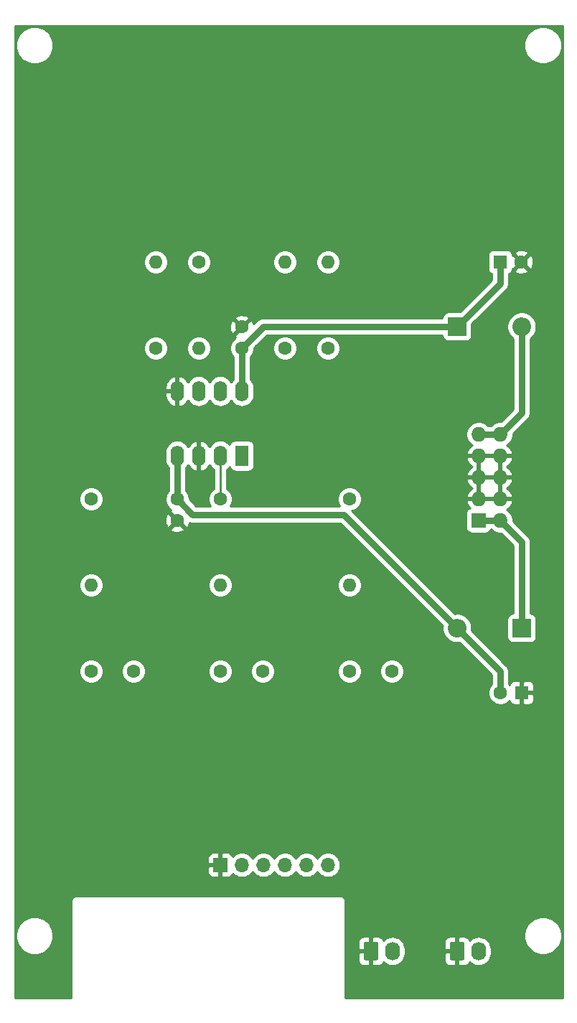
<source format=gbr>
%TF.GenerationSoftware,KiCad,Pcbnew,5.1.10-88a1d61d58~90~ubuntu20.04.1*%
%TF.CreationDate,2021-08-07T12:39:53-04:00*%
%TF.ProjectId,ao_audio_mixer,616f5f61-7564-4696-9f5f-6d697865722e,rev?*%
%TF.SameCoordinates,Original*%
%TF.FileFunction,Copper,L2,Bot*%
%TF.FilePolarity,Positive*%
%FSLAX46Y46*%
G04 Gerber Fmt 4.6, Leading zero omitted, Abs format (unit mm)*
G04 Created by KiCad (PCBNEW 5.1.10-88a1d61d58~90~ubuntu20.04.1) date 2021-08-07 12:39:53*
%MOMM*%
%LPD*%
G01*
G04 APERTURE LIST*
%TA.AperFunction,ComponentPad*%
%ADD10C,1.600000*%
%TD*%
%TA.AperFunction,ComponentPad*%
%ADD11O,1.600000X1.600000*%
%TD*%
%TA.AperFunction,ComponentPad*%
%ADD12O,1.740000X2.200000*%
%TD*%
%TA.AperFunction,ComponentPad*%
%ADD13O,1.700000X1.700000*%
%TD*%
%TA.AperFunction,ComponentPad*%
%ADD14R,1.700000X1.700000*%
%TD*%
%TA.AperFunction,ComponentPad*%
%ADD15O,1.600000X2.400000*%
%TD*%
%TA.AperFunction,ComponentPad*%
%ADD16R,1.600000X2.400000*%
%TD*%
%TA.AperFunction,ComponentPad*%
%ADD17O,2.200000X2.200000*%
%TD*%
%TA.AperFunction,ComponentPad*%
%ADD18R,2.200000X2.200000*%
%TD*%
%TA.AperFunction,ComponentPad*%
%ADD19O,1.727200X1.727200*%
%TD*%
%TA.AperFunction,ComponentPad*%
%ADD20R,1.727200X1.727200*%
%TD*%
%TA.AperFunction,ComponentPad*%
%ADD21R,1.600000X1.600000*%
%TD*%
%TA.AperFunction,Conductor*%
%ADD22C,0.750000*%
%TD*%
%TA.AperFunction,Conductor*%
%ADD23C,0.250000*%
%TD*%
%TA.AperFunction,Conductor*%
%ADD24C,0.254000*%
%TD*%
%TA.AperFunction,Conductor*%
%ADD25C,0.100000*%
%TD*%
G04 APERTURE END LIST*
D10*
%TO.P,R5,1*%
%TO.N,Net-(R5-Pad1)*%
X79380000Y-64560000D03*
D11*
%TO.P,R5,2*%
%TO.N,Net-(R4-Pad1)*%
X79380000Y-74720000D03*
%TD*%
D10*
%TO.P,R4,1*%
%TO.N,Net-(R4-Pad1)*%
X74300000Y-74720000D03*
D11*
%TO.P,R4,2*%
%TO.N,Net-(J6-Pad5)*%
X74300000Y-64560000D03*
%TD*%
D10*
%TO.P,R3,1*%
%TO.N,Net-(J6-Pad6)*%
X97160000Y-92500000D03*
D11*
%TO.P,R3,2*%
%TO.N,Net-(C3-Pad1)*%
X97160000Y-102660000D03*
%TD*%
D12*
%TO.P,J7,2*%
%TO.N,/OUT1*%
X112400000Y-145840000D03*
%TO.P,J7,1*%
%TO.N,GND*%
%TA.AperFunction,ComponentPad*%
G36*
G01*
X108990000Y-146690001D02*
X108990000Y-144989999D01*
G75*
G02*
X109239999Y-144740000I249999J0D01*
G01*
X110480001Y-144740000D01*
G75*
G02*
X110730000Y-144989999I0J-249999D01*
G01*
X110730000Y-146690001D01*
G75*
G02*
X110480001Y-146940000I-249999J0D01*
G01*
X109239999Y-146940000D01*
G75*
G02*
X108990000Y-146690001I0J249999D01*
G01*
G37*
%TD.AperFunction*%
%TD*%
D10*
%TO.P,R1,1*%
%TO.N,Net-(J6-Pad6)*%
X66680000Y-92500000D03*
D11*
%TO.P,R1,2*%
%TO.N,Net-(C1-Pad1)*%
X66680000Y-102660000D03*
%TD*%
D13*
%TO.P,J6,6*%
%TO.N,Net-(J6-Pad6)*%
X94620000Y-135680000D03*
%TO.P,J6,5*%
%TO.N,Net-(J6-Pad5)*%
X92080000Y-135680000D03*
%TO.P,J6,4*%
%TO.N,Net-(C3-Pad2)*%
X89540000Y-135680000D03*
%TO.P,J6,3*%
%TO.N,Net-(C2-Pad2)*%
X87000000Y-135680000D03*
%TO.P,J6,2*%
%TO.N,Net-(C1-Pad2)*%
X84460000Y-135680000D03*
D14*
%TO.P,J6,1*%
%TO.N,GND*%
X81920000Y-135680000D03*
%TD*%
D15*
%TO.P,U1,8*%
%TO.N,+12V*%
X84460000Y-79800000D03*
%TO.P,U1,4*%
%TO.N,-12V*%
X76840000Y-87420000D03*
%TO.P,U1,7*%
%TO.N,Net-(R5-Pad1)*%
X81920000Y-79800000D03*
%TO.P,U1,3*%
%TO.N,GND*%
X79380000Y-87420000D03*
%TO.P,U1,6*%
%TO.N,Net-(R4-Pad1)*%
X79380000Y-79800000D03*
%TO.P,U1,2*%
%TO.N,Net-(J6-Pad6)*%
X81920000Y-87420000D03*
%TO.P,U1,5*%
%TO.N,GND*%
X76840000Y-79800000D03*
D16*
%TO.P,U1,1*%
%TO.N,Net-(J6-Pad5)*%
X84460000Y-87420000D03*
%TD*%
D10*
%TO.P,R7,1*%
%TO.N,/OUT2*%
X89540000Y-74720000D03*
D11*
%TO.P,R7,2*%
%TO.N,Net-(R5-Pad1)*%
X89540000Y-64560000D03*
%TD*%
D17*
%TO.P,D2,2*%
%TO.N,-12V*%
X109860000Y-107740000D03*
D18*
%TO.P,D2,1*%
%TO.N,/-12_IN*%
X117480000Y-107740000D03*
%TD*%
D10*
%TO.P,C3,2*%
%TO.N,Net-(C3-Pad2)*%
X102160000Y-112820000D03*
%TO.P,C3,1*%
%TO.N,Net-(C3-Pad1)*%
X97160000Y-112820000D03*
%TD*%
%TO.P,C7,2*%
%TO.N,-12V*%
X76840000Y-92540000D03*
%TO.P,C7,1*%
%TO.N,GND*%
X76840000Y-95040000D03*
%TD*%
%TO.P,J8,1*%
%TO.N,GND*%
%TA.AperFunction,ComponentPad*%
G36*
G01*
X98830000Y-146690001D02*
X98830000Y-144989999D01*
G75*
G02*
X99079999Y-144740000I249999J0D01*
G01*
X100320001Y-144740000D01*
G75*
G02*
X100570000Y-144989999I0J-249999D01*
G01*
X100570000Y-146690001D01*
G75*
G02*
X100320001Y-146940000I-249999J0D01*
G01*
X99079999Y-146940000D01*
G75*
G02*
X98830000Y-146690001I0J249999D01*
G01*
G37*
%TD.AperFunction*%
D12*
%TO.P,J8,2*%
%TO.N,/OUT2*%
X102240000Y-145840000D03*
%TD*%
D19*
%TO.P,J4,10*%
%TO.N,/+12_IN*%
X114940000Y-84880000D03*
%TO.P,J4,9*%
X112400000Y-84880000D03*
%TO.P,J4,8*%
%TO.N,GND*%
X114940000Y-87420000D03*
%TO.P,J4,7*%
X112400000Y-87420000D03*
%TO.P,J4,6*%
X114940000Y-89960000D03*
%TO.P,J4,5*%
X112400000Y-89960000D03*
%TO.P,J4,4*%
X114940000Y-92500000D03*
%TO.P,J4,3*%
X112400000Y-92500000D03*
%TO.P,J4,2*%
%TO.N,/-12_IN*%
X114940000Y-95040000D03*
D20*
%TO.P,J4,1*%
X112400000Y-95040000D03*
%TD*%
D10*
%TO.P,C1,2*%
%TO.N,Net-(C1-Pad2)*%
X71680000Y-112820000D03*
%TO.P,C1,1*%
%TO.N,Net-(C1-Pad1)*%
X66680000Y-112820000D03*
%TD*%
%TO.P,C2,2*%
%TO.N,Net-(C2-Pad2)*%
X86920000Y-112820000D03*
%TO.P,C2,1*%
%TO.N,Net-(C2-Pad1)*%
X81920000Y-112820000D03*
%TD*%
%TO.P,C5,2*%
%TO.N,-12V*%
X114980000Y-115360000D03*
D21*
%TO.P,C5,1*%
%TO.N,GND*%
X117480000Y-115360000D03*
%TD*%
D17*
%TO.P,D1,2*%
%TO.N,/+12_IN*%
X117480000Y-72180000D03*
D18*
%TO.P,D1,1*%
%TO.N,+12V*%
X109860000Y-72180000D03*
%TD*%
D10*
%TO.P,C4,2*%
%TO.N,GND*%
X117440000Y-64560000D03*
D21*
%TO.P,C4,1*%
%TO.N,+12V*%
X114940000Y-64560000D03*
%TD*%
D10*
%TO.P,R6,1*%
%TO.N,/OUT1*%
X94620000Y-74720000D03*
D11*
%TO.P,R6,2*%
%TO.N,Net-(R5-Pad1)*%
X94620000Y-64560000D03*
%TD*%
D10*
%TO.P,C6,2*%
%TO.N,GND*%
X84460000Y-72220000D03*
%TO.P,C6,1*%
%TO.N,+12V*%
X84460000Y-74720000D03*
%TD*%
%TO.P,R2,1*%
%TO.N,Net-(J6-Pad6)*%
X81920000Y-92500000D03*
D11*
%TO.P,R2,2*%
%TO.N,Net-(C2-Pad1)*%
X81920000Y-102660000D03*
%TD*%
D22*
%TO.N,+12V*%
X114940000Y-64560000D02*
X114940000Y-67100000D01*
X114940000Y-67100000D02*
X109860000Y-72180000D01*
X109860000Y-72180000D02*
X87000000Y-72180000D01*
X87000000Y-72180000D02*
X84460000Y-74720000D01*
X84460000Y-74720000D02*
X84460000Y-79800000D01*
%TO.N,-12V*%
X114980000Y-115360000D02*
X114980000Y-112860000D01*
X114980000Y-112860000D02*
X109860000Y-107740000D01*
X109860000Y-107740000D02*
X96475999Y-94355999D01*
X96475999Y-94355999D02*
X78655999Y-94355999D01*
X78655999Y-94355999D02*
X76840000Y-92540000D01*
X76840000Y-92540000D02*
X76840000Y-87420000D01*
%TO.N,/+12_IN*%
X114940000Y-84880000D02*
X112400000Y-84880000D01*
X117480000Y-82340000D02*
X114940000Y-84880000D01*
X117480000Y-72180000D02*
X117480000Y-82340000D01*
%TO.N,/-12_IN*%
X117480000Y-97580000D02*
X114940000Y-95040000D01*
X114940000Y-95040000D02*
X112400000Y-95040000D01*
X117480000Y-107740000D02*
X117480000Y-97580000D01*
D23*
%TO.N,Net-(J6-Pad6)*%
X81920000Y-92500000D02*
X81920000Y-87420000D01*
%TD*%
D24*
%TO.N,GND*%
X122315001Y-151315000D02*
X96685000Y-151315000D01*
X96685000Y-146940000D01*
X98191928Y-146940000D01*
X98204188Y-147064482D01*
X98240498Y-147184180D01*
X98299463Y-147294494D01*
X98378815Y-147391185D01*
X98475506Y-147470537D01*
X98585820Y-147529502D01*
X98705518Y-147565812D01*
X98830000Y-147578072D01*
X99414250Y-147575000D01*
X99573000Y-147416250D01*
X99573000Y-145967000D01*
X98353750Y-145967000D01*
X98195000Y-146125750D01*
X98191928Y-146940000D01*
X96685000Y-146940000D01*
X96685000Y-144740000D01*
X98191928Y-144740000D01*
X98195000Y-145554250D01*
X98353750Y-145713000D01*
X99573000Y-145713000D01*
X99573000Y-144263750D01*
X99827000Y-144263750D01*
X99827000Y-145713000D01*
X99847000Y-145713000D01*
X99847000Y-145967000D01*
X99827000Y-145967000D01*
X99827000Y-147416250D01*
X99985750Y-147575000D01*
X100570000Y-147578072D01*
X100694482Y-147565812D01*
X100814180Y-147529502D01*
X100924494Y-147470537D01*
X101021185Y-147391185D01*
X101100537Y-147294494D01*
X101159502Y-147184180D01*
X101172615Y-147140953D01*
X101399822Y-147327417D01*
X101661276Y-147467166D01*
X101944969Y-147553224D01*
X102240000Y-147582282D01*
X102535032Y-147553224D01*
X102818725Y-147467166D01*
X103080179Y-147327417D01*
X103309345Y-147139345D01*
X103472943Y-146940000D01*
X108351928Y-146940000D01*
X108364188Y-147064482D01*
X108400498Y-147184180D01*
X108459463Y-147294494D01*
X108538815Y-147391185D01*
X108635506Y-147470537D01*
X108745820Y-147529502D01*
X108865518Y-147565812D01*
X108990000Y-147578072D01*
X109574250Y-147575000D01*
X109733000Y-147416250D01*
X109733000Y-145967000D01*
X108513750Y-145967000D01*
X108355000Y-146125750D01*
X108351928Y-146940000D01*
X103472943Y-146940000D01*
X103497417Y-146910179D01*
X103637166Y-146648724D01*
X103723224Y-146365031D01*
X103745000Y-146143935D01*
X103745000Y-145536064D01*
X103723224Y-145314968D01*
X103637166Y-145031275D01*
X103497417Y-144769821D01*
X103472944Y-144740000D01*
X108351928Y-144740000D01*
X108355000Y-145554250D01*
X108513750Y-145713000D01*
X109733000Y-145713000D01*
X109733000Y-144263750D01*
X109987000Y-144263750D01*
X109987000Y-145713000D01*
X110007000Y-145713000D01*
X110007000Y-145967000D01*
X109987000Y-145967000D01*
X109987000Y-147416250D01*
X110145750Y-147575000D01*
X110730000Y-147578072D01*
X110854482Y-147565812D01*
X110974180Y-147529502D01*
X111084494Y-147470537D01*
X111181185Y-147391185D01*
X111260537Y-147294494D01*
X111319502Y-147184180D01*
X111332615Y-147140953D01*
X111559822Y-147327417D01*
X111821276Y-147467166D01*
X112104969Y-147553224D01*
X112400000Y-147582282D01*
X112695032Y-147553224D01*
X112978725Y-147467166D01*
X113240179Y-147327417D01*
X113469345Y-147139345D01*
X113657417Y-146910179D01*
X113797166Y-146648724D01*
X113883224Y-146365031D01*
X113905000Y-146143935D01*
X113905000Y-145536064D01*
X113883224Y-145314968D01*
X113797166Y-145031275D01*
X113657417Y-144769821D01*
X113469345Y-144540655D01*
X113240178Y-144352583D01*
X112978724Y-144212834D01*
X112695031Y-144126776D01*
X112400000Y-144097718D01*
X112104968Y-144126776D01*
X111821275Y-144212834D01*
X111559821Y-144352583D01*
X111332615Y-144539047D01*
X111319502Y-144495820D01*
X111260537Y-144385506D01*
X111181185Y-144288815D01*
X111084494Y-144209463D01*
X110974180Y-144150498D01*
X110854482Y-144114188D01*
X110730000Y-144101928D01*
X110145750Y-144105000D01*
X109987000Y-144263750D01*
X109733000Y-144263750D01*
X109574250Y-144105000D01*
X108990000Y-144101928D01*
X108865518Y-144114188D01*
X108745820Y-144150498D01*
X108635506Y-144209463D01*
X108538815Y-144288815D01*
X108459463Y-144385506D01*
X108400498Y-144495820D01*
X108364188Y-144615518D01*
X108351928Y-144740000D01*
X103472944Y-144740000D01*
X103309345Y-144540655D01*
X103080178Y-144352583D01*
X102818724Y-144212834D01*
X102535031Y-144126776D01*
X102240000Y-144097718D01*
X101944968Y-144126776D01*
X101661275Y-144212834D01*
X101399821Y-144352583D01*
X101172615Y-144539047D01*
X101159502Y-144495820D01*
X101100537Y-144385506D01*
X101021185Y-144288815D01*
X100924494Y-144209463D01*
X100814180Y-144150498D01*
X100694482Y-144114188D01*
X100570000Y-144101928D01*
X99985750Y-144105000D01*
X99827000Y-144263750D01*
X99573000Y-144263750D01*
X99414250Y-144105000D01*
X98830000Y-144101928D01*
X98705518Y-144114188D01*
X98585820Y-144150498D01*
X98475506Y-144209463D01*
X98378815Y-144288815D01*
X98299463Y-144385506D01*
X98240498Y-144495820D01*
X98204188Y-144615518D01*
X98191928Y-144740000D01*
X96685000Y-144740000D01*
X96685000Y-143779872D01*
X117765000Y-143779872D01*
X117765000Y-144220128D01*
X117850890Y-144651925D01*
X118019369Y-145058669D01*
X118263962Y-145424729D01*
X118575271Y-145736038D01*
X118941331Y-145980631D01*
X119348075Y-146149110D01*
X119779872Y-146235000D01*
X120220128Y-146235000D01*
X120651925Y-146149110D01*
X121058669Y-145980631D01*
X121424729Y-145736038D01*
X121736038Y-145424729D01*
X121980631Y-145058669D01*
X122149110Y-144651925D01*
X122235000Y-144220128D01*
X122235000Y-143779872D01*
X122149110Y-143348075D01*
X121980631Y-142941331D01*
X121736038Y-142575271D01*
X121424729Y-142263962D01*
X121058669Y-142019369D01*
X120651925Y-141850890D01*
X120220128Y-141765000D01*
X119779872Y-141765000D01*
X119348075Y-141850890D01*
X118941331Y-142019369D01*
X118575271Y-142263962D01*
X118263962Y-142575271D01*
X118019369Y-142941331D01*
X117850890Y-143348075D01*
X117765000Y-143779872D01*
X96685000Y-143779872D01*
X96685000Y-140033647D01*
X96688314Y-140000000D01*
X96675088Y-139865717D01*
X96635919Y-139736594D01*
X96572312Y-139617593D01*
X96486711Y-139513289D01*
X96382407Y-139427688D01*
X96263406Y-139364081D01*
X96134283Y-139324912D01*
X96033647Y-139315000D01*
X96000000Y-139311686D01*
X95966353Y-139315000D01*
X65033647Y-139315000D01*
X65000000Y-139311686D01*
X64966353Y-139315000D01*
X64865717Y-139324912D01*
X64736594Y-139364081D01*
X64617593Y-139427688D01*
X64513289Y-139513289D01*
X64427688Y-139617593D01*
X64364081Y-139736594D01*
X64324912Y-139865717D01*
X64311686Y-140000000D01*
X64315001Y-140033657D01*
X64315000Y-151315000D01*
X57685000Y-151315000D01*
X57685000Y-143779872D01*
X57765000Y-143779872D01*
X57765000Y-144220128D01*
X57850890Y-144651925D01*
X58019369Y-145058669D01*
X58263962Y-145424729D01*
X58575271Y-145736038D01*
X58941331Y-145980631D01*
X59348075Y-146149110D01*
X59779872Y-146235000D01*
X60220128Y-146235000D01*
X60651925Y-146149110D01*
X61058669Y-145980631D01*
X61424729Y-145736038D01*
X61736038Y-145424729D01*
X61980631Y-145058669D01*
X62149110Y-144651925D01*
X62235000Y-144220128D01*
X62235000Y-143779872D01*
X62149110Y-143348075D01*
X61980631Y-142941331D01*
X61736038Y-142575271D01*
X61424729Y-142263962D01*
X61058669Y-142019369D01*
X60651925Y-141850890D01*
X60220128Y-141765000D01*
X59779872Y-141765000D01*
X59348075Y-141850890D01*
X58941331Y-142019369D01*
X58575271Y-142263962D01*
X58263962Y-142575271D01*
X58019369Y-142941331D01*
X57850890Y-143348075D01*
X57765000Y-143779872D01*
X57685000Y-143779872D01*
X57685000Y-136530000D01*
X80431928Y-136530000D01*
X80444188Y-136654482D01*
X80480498Y-136774180D01*
X80539463Y-136884494D01*
X80618815Y-136981185D01*
X80715506Y-137060537D01*
X80825820Y-137119502D01*
X80945518Y-137155812D01*
X81070000Y-137168072D01*
X81634250Y-137165000D01*
X81793000Y-137006250D01*
X81793000Y-135807000D01*
X80593750Y-135807000D01*
X80435000Y-135965750D01*
X80431928Y-136530000D01*
X57685000Y-136530000D01*
X57685000Y-134830000D01*
X80431928Y-134830000D01*
X80435000Y-135394250D01*
X80593750Y-135553000D01*
X81793000Y-135553000D01*
X81793000Y-134353750D01*
X82047000Y-134353750D01*
X82047000Y-135553000D01*
X82067000Y-135553000D01*
X82067000Y-135807000D01*
X82047000Y-135807000D01*
X82047000Y-137006250D01*
X82205750Y-137165000D01*
X82770000Y-137168072D01*
X82894482Y-137155812D01*
X83014180Y-137119502D01*
X83124494Y-137060537D01*
X83221185Y-136981185D01*
X83300537Y-136884494D01*
X83359502Y-136774180D01*
X83381513Y-136701620D01*
X83513368Y-136833475D01*
X83756589Y-136995990D01*
X84026842Y-137107932D01*
X84313740Y-137165000D01*
X84606260Y-137165000D01*
X84893158Y-137107932D01*
X85163411Y-136995990D01*
X85406632Y-136833475D01*
X85613475Y-136626632D01*
X85730000Y-136452240D01*
X85846525Y-136626632D01*
X86053368Y-136833475D01*
X86296589Y-136995990D01*
X86566842Y-137107932D01*
X86853740Y-137165000D01*
X87146260Y-137165000D01*
X87433158Y-137107932D01*
X87703411Y-136995990D01*
X87946632Y-136833475D01*
X88153475Y-136626632D01*
X88270000Y-136452240D01*
X88386525Y-136626632D01*
X88593368Y-136833475D01*
X88836589Y-136995990D01*
X89106842Y-137107932D01*
X89393740Y-137165000D01*
X89686260Y-137165000D01*
X89973158Y-137107932D01*
X90243411Y-136995990D01*
X90486632Y-136833475D01*
X90693475Y-136626632D01*
X90810000Y-136452240D01*
X90926525Y-136626632D01*
X91133368Y-136833475D01*
X91376589Y-136995990D01*
X91646842Y-137107932D01*
X91933740Y-137165000D01*
X92226260Y-137165000D01*
X92513158Y-137107932D01*
X92783411Y-136995990D01*
X93026632Y-136833475D01*
X93233475Y-136626632D01*
X93350000Y-136452240D01*
X93466525Y-136626632D01*
X93673368Y-136833475D01*
X93916589Y-136995990D01*
X94186842Y-137107932D01*
X94473740Y-137165000D01*
X94766260Y-137165000D01*
X95053158Y-137107932D01*
X95323411Y-136995990D01*
X95566632Y-136833475D01*
X95773475Y-136626632D01*
X95935990Y-136383411D01*
X96047932Y-136113158D01*
X96105000Y-135826260D01*
X96105000Y-135533740D01*
X96047932Y-135246842D01*
X95935990Y-134976589D01*
X95773475Y-134733368D01*
X95566632Y-134526525D01*
X95323411Y-134364010D01*
X95053158Y-134252068D01*
X94766260Y-134195000D01*
X94473740Y-134195000D01*
X94186842Y-134252068D01*
X93916589Y-134364010D01*
X93673368Y-134526525D01*
X93466525Y-134733368D01*
X93350000Y-134907760D01*
X93233475Y-134733368D01*
X93026632Y-134526525D01*
X92783411Y-134364010D01*
X92513158Y-134252068D01*
X92226260Y-134195000D01*
X91933740Y-134195000D01*
X91646842Y-134252068D01*
X91376589Y-134364010D01*
X91133368Y-134526525D01*
X90926525Y-134733368D01*
X90810000Y-134907760D01*
X90693475Y-134733368D01*
X90486632Y-134526525D01*
X90243411Y-134364010D01*
X89973158Y-134252068D01*
X89686260Y-134195000D01*
X89393740Y-134195000D01*
X89106842Y-134252068D01*
X88836589Y-134364010D01*
X88593368Y-134526525D01*
X88386525Y-134733368D01*
X88270000Y-134907760D01*
X88153475Y-134733368D01*
X87946632Y-134526525D01*
X87703411Y-134364010D01*
X87433158Y-134252068D01*
X87146260Y-134195000D01*
X86853740Y-134195000D01*
X86566842Y-134252068D01*
X86296589Y-134364010D01*
X86053368Y-134526525D01*
X85846525Y-134733368D01*
X85730000Y-134907760D01*
X85613475Y-134733368D01*
X85406632Y-134526525D01*
X85163411Y-134364010D01*
X84893158Y-134252068D01*
X84606260Y-134195000D01*
X84313740Y-134195000D01*
X84026842Y-134252068D01*
X83756589Y-134364010D01*
X83513368Y-134526525D01*
X83381513Y-134658380D01*
X83359502Y-134585820D01*
X83300537Y-134475506D01*
X83221185Y-134378815D01*
X83124494Y-134299463D01*
X83014180Y-134240498D01*
X82894482Y-134204188D01*
X82770000Y-134191928D01*
X82205750Y-134195000D01*
X82047000Y-134353750D01*
X81793000Y-134353750D01*
X81634250Y-134195000D01*
X81070000Y-134191928D01*
X80945518Y-134204188D01*
X80825820Y-134240498D01*
X80715506Y-134299463D01*
X80618815Y-134378815D01*
X80539463Y-134475506D01*
X80480498Y-134585820D01*
X80444188Y-134705518D01*
X80431928Y-134830000D01*
X57685000Y-134830000D01*
X57685000Y-112678665D01*
X65245000Y-112678665D01*
X65245000Y-112961335D01*
X65300147Y-113238574D01*
X65408320Y-113499727D01*
X65565363Y-113734759D01*
X65765241Y-113934637D01*
X66000273Y-114091680D01*
X66261426Y-114199853D01*
X66538665Y-114255000D01*
X66821335Y-114255000D01*
X67098574Y-114199853D01*
X67359727Y-114091680D01*
X67594759Y-113934637D01*
X67794637Y-113734759D01*
X67951680Y-113499727D01*
X68059853Y-113238574D01*
X68115000Y-112961335D01*
X68115000Y-112678665D01*
X70245000Y-112678665D01*
X70245000Y-112961335D01*
X70300147Y-113238574D01*
X70408320Y-113499727D01*
X70565363Y-113734759D01*
X70765241Y-113934637D01*
X71000273Y-114091680D01*
X71261426Y-114199853D01*
X71538665Y-114255000D01*
X71821335Y-114255000D01*
X72098574Y-114199853D01*
X72359727Y-114091680D01*
X72594759Y-113934637D01*
X72794637Y-113734759D01*
X72951680Y-113499727D01*
X73059853Y-113238574D01*
X73115000Y-112961335D01*
X73115000Y-112678665D01*
X80485000Y-112678665D01*
X80485000Y-112961335D01*
X80540147Y-113238574D01*
X80648320Y-113499727D01*
X80805363Y-113734759D01*
X81005241Y-113934637D01*
X81240273Y-114091680D01*
X81501426Y-114199853D01*
X81778665Y-114255000D01*
X82061335Y-114255000D01*
X82338574Y-114199853D01*
X82599727Y-114091680D01*
X82834759Y-113934637D01*
X83034637Y-113734759D01*
X83191680Y-113499727D01*
X83299853Y-113238574D01*
X83355000Y-112961335D01*
X83355000Y-112678665D01*
X85485000Y-112678665D01*
X85485000Y-112961335D01*
X85540147Y-113238574D01*
X85648320Y-113499727D01*
X85805363Y-113734759D01*
X86005241Y-113934637D01*
X86240273Y-114091680D01*
X86501426Y-114199853D01*
X86778665Y-114255000D01*
X87061335Y-114255000D01*
X87338574Y-114199853D01*
X87599727Y-114091680D01*
X87834759Y-113934637D01*
X88034637Y-113734759D01*
X88191680Y-113499727D01*
X88299853Y-113238574D01*
X88355000Y-112961335D01*
X88355000Y-112678665D01*
X95725000Y-112678665D01*
X95725000Y-112961335D01*
X95780147Y-113238574D01*
X95888320Y-113499727D01*
X96045363Y-113734759D01*
X96245241Y-113934637D01*
X96480273Y-114091680D01*
X96741426Y-114199853D01*
X97018665Y-114255000D01*
X97301335Y-114255000D01*
X97578574Y-114199853D01*
X97839727Y-114091680D01*
X98074759Y-113934637D01*
X98274637Y-113734759D01*
X98431680Y-113499727D01*
X98539853Y-113238574D01*
X98595000Y-112961335D01*
X98595000Y-112678665D01*
X100725000Y-112678665D01*
X100725000Y-112961335D01*
X100780147Y-113238574D01*
X100888320Y-113499727D01*
X101045363Y-113734759D01*
X101245241Y-113934637D01*
X101480273Y-114091680D01*
X101741426Y-114199853D01*
X102018665Y-114255000D01*
X102301335Y-114255000D01*
X102578574Y-114199853D01*
X102839727Y-114091680D01*
X103074759Y-113934637D01*
X103274637Y-113734759D01*
X103431680Y-113499727D01*
X103539853Y-113238574D01*
X103595000Y-112961335D01*
X103595000Y-112678665D01*
X103539853Y-112401426D01*
X103431680Y-112140273D01*
X103274637Y-111905241D01*
X103074759Y-111705363D01*
X102839727Y-111548320D01*
X102578574Y-111440147D01*
X102301335Y-111385000D01*
X102018665Y-111385000D01*
X101741426Y-111440147D01*
X101480273Y-111548320D01*
X101245241Y-111705363D01*
X101045363Y-111905241D01*
X100888320Y-112140273D01*
X100780147Y-112401426D01*
X100725000Y-112678665D01*
X98595000Y-112678665D01*
X98539853Y-112401426D01*
X98431680Y-112140273D01*
X98274637Y-111905241D01*
X98074759Y-111705363D01*
X97839727Y-111548320D01*
X97578574Y-111440147D01*
X97301335Y-111385000D01*
X97018665Y-111385000D01*
X96741426Y-111440147D01*
X96480273Y-111548320D01*
X96245241Y-111705363D01*
X96045363Y-111905241D01*
X95888320Y-112140273D01*
X95780147Y-112401426D01*
X95725000Y-112678665D01*
X88355000Y-112678665D01*
X88299853Y-112401426D01*
X88191680Y-112140273D01*
X88034637Y-111905241D01*
X87834759Y-111705363D01*
X87599727Y-111548320D01*
X87338574Y-111440147D01*
X87061335Y-111385000D01*
X86778665Y-111385000D01*
X86501426Y-111440147D01*
X86240273Y-111548320D01*
X86005241Y-111705363D01*
X85805363Y-111905241D01*
X85648320Y-112140273D01*
X85540147Y-112401426D01*
X85485000Y-112678665D01*
X83355000Y-112678665D01*
X83299853Y-112401426D01*
X83191680Y-112140273D01*
X83034637Y-111905241D01*
X82834759Y-111705363D01*
X82599727Y-111548320D01*
X82338574Y-111440147D01*
X82061335Y-111385000D01*
X81778665Y-111385000D01*
X81501426Y-111440147D01*
X81240273Y-111548320D01*
X81005241Y-111705363D01*
X80805363Y-111905241D01*
X80648320Y-112140273D01*
X80540147Y-112401426D01*
X80485000Y-112678665D01*
X73115000Y-112678665D01*
X73059853Y-112401426D01*
X72951680Y-112140273D01*
X72794637Y-111905241D01*
X72594759Y-111705363D01*
X72359727Y-111548320D01*
X72098574Y-111440147D01*
X71821335Y-111385000D01*
X71538665Y-111385000D01*
X71261426Y-111440147D01*
X71000273Y-111548320D01*
X70765241Y-111705363D01*
X70565363Y-111905241D01*
X70408320Y-112140273D01*
X70300147Y-112401426D01*
X70245000Y-112678665D01*
X68115000Y-112678665D01*
X68059853Y-112401426D01*
X67951680Y-112140273D01*
X67794637Y-111905241D01*
X67594759Y-111705363D01*
X67359727Y-111548320D01*
X67098574Y-111440147D01*
X66821335Y-111385000D01*
X66538665Y-111385000D01*
X66261426Y-111440147D01*
X66000273Y-111548320D01*
X65765241Y-111705363D01*
X65565363Y-111905241D01*
X65408320Y-112140273D01*
X65300147Y-112401426D01*
X65245000Y-112678665D01*
X57685000Y-112678665D01*
X57685000Y-102518665D01*
X65245000Y-102518665D01*
X65245000Y-102801335D01*
X65300147Y-103078574D01*
X65408320Y-103339727D01*
X65565363Y-103574759D01*
X65765241Y-103774637D01*
X66000273Y-103931680D01*
X66261426Y-104039853D01*
X66538665Y-104095000D01*
X66821335Y-104095000D01*
X67098574Y-104039853D01*
X67359727Y-103931680D01*
X67594759Y-103774637D01*
X67794637Y-103574759D01*
X67951680Y-103339727D01*
X68059853Y-103078574D01*
X68115000Y-102801335D01*
X68115000Y-102518665D01*
X80485000Y-102518665D01*
X80485000Y-102801335D01*
X80540147Y-103078574D01*
X80648320Y-103339727D01*
X80805363Y-103574759D01*
X81005241Y-103774637D01*
X81240273Y-103931680D01*
X81501426Y-104039853D01*
X81778665Y-104095000D01*
X82061335Y-104095000D01*
X82338574Y-104039853D01*
X82599727Y-103931680D01*
X82834759Y-103774637D01*
X83034637Y-103574759D01*
X83191680Y-103339727D01*
X83299853Y-103078574D01*
X83355000Y-102801335D01*
X83355000Y-102518665D01*
X95725000Y-102518665D01*
X95725000Y-102801335D01*
X95780147Y-103078574D01*
X95888320Y-103339727D01*
X96045363Y-103574759D01*
X96245241Y-103774637D01*
X96480273Y-103931680D01*
X96741426Y-104039853D01*
X97018665Y-104095000D01*
X97301335Y-104095000D01*
X97578574Y-104039853D01*
X97839727Y-103931680D01*
X98074759Y-103774637D01*
X98274637Y-103574759D01*
X98431680Y-103339727D01*
X98539853Y-103078574D01*
X98595000Y-102801335D01*
X98595000Y-102518665D01*
X98539853Y-102241426D01*
X98431680Y-101980273D01*
X98274637Y-101745241D01*
X98074759Y-101545363D01*
X97839727Y-101388320D01*
X97578574Y-101280147D01*
X97301335Y-101225000D01*
X97018665Y-101225000D01*
X96741426Y-101280147D01*
X96480273Y-101388320D01*
X96245241Y-101545363D01*
X96045363Y-101745241D01*
X95888320Y-101980273D01*
X95780147Y-102241426D01*
X95725000Y-102518665D01*
X83355000Y-102518665D01*
X83299853Y-102241426D01*
X83191680Y-101980273D01*
X83034637Y-101745241D01*
X82834759Y-101545363D01*
X82599727Y-101388320D01*
X82338574Y-101280147D01*
X82061335Y-101225000D01*
X81778665Y-101225000D01*
X81501426Y-101280147D01*
X81240273Y-101388320D01*
X81005241Y-101545363D01*
X80805363Y-101745241D01*
X80648320Y-101980273D01*
X80540147Y-102241426D01*
X80485000Y-102518665D01*
X68115000Y-102518665D01*
X68059853Y-102241426D01*
X67951680Y-101980273D01*
X67794637Y-101745241D01*
X67594759Y-101545363D01*
X67359727Y-101388320D01*
X67098574Y-101280147D01*
X66821335Y-101225000D01*
X66538665Y-101225000D01*
X66261426Y-101280147D01*
X66000273Y-101388320D01*
X65765241Y-101545363D01*
X65565363Y-101745241D01*
X65408320Y-101980273D01*
X65300147Y-102241426D01*
X65245000Y-102518665D01*
X57685000Y-102518665D01*
X57685000Y-96032702D01*
X76026903Y-96032702D01*
X76098486Y-96276671D01*
X76353996Y-96397571D01*
X76628184Y-96466300D01*
X76910512Y-96480217D01*
X77190130Y-96438787D01*
X77456292Y-96343603D01*
X77581514Y-96276671D01*
X77653097Y-96032702D01*
X76840000Y-95219605D01*
X76026903Y-96032702D01*
X57685000Y-96032702D01*
X57685000Y-95110512D01*
X75399783Y-95110512D01*
X75441213Y-95390130D01*
X75536397Y-95656292D01*
X75603329Y-95781514D01*
X75847298Y-95853097D01*
X76660395Y-95040000D01*
X75847298Y-94226903D01*
X75603329Y-94298486D01*
X75482429Y-94553996D01*
X75413700Y-94828184D01*
X75399783Y-95110512D01*
X57685000Y-95110512D01*
X57685000Y-92358665D01*
X65245000Y-92358665D01*
X65245000Y-92641335D01*
X65300147Y-92918574D01*
X65408320Y-93179727D01*
X65565363Y-93414759D01*
X65765241Y-93614637D01*
X66000273Y-93771680D01*
X66261426Y-93879853D01*
X66538665Y-93935000D01*
X66821335Y-93935000D01*
X67098574Y-93879853D01*
X67359727Y-93771680D01*
X67594759Y-93614637D01*
X67794637Y-93414759D01*
X67951680Y-93179727D01*
X68059853Y-92918574D01*
X68115000Y-92641335D01*
X68115000Y-92358665D01*
X68059853Y-92081426D01*
X67951680Y-91820273D01*
X67794637Y-91585241D01*
X67594759Y-91385363D01*
X67359727Y-91228320D01*
X67098574Y-91120147D01*
X66821335Y-91065000D01*
X66538665Y-91065000D01*
X66261426Y-91120147D01*
X66000273Y-91228320D01*
X65765241Y-91385363D01*
X65565363Y-91585241D01*
X65408320Y-91820273D01*
X65300147Y-92081426D01*
X65245000Y-92358665D01*
X57685000Y-92358665D01*
X57685000Y-86949509D01*
X75405000Y-86949509D01*
X75405000Y-87890492D01*
X75425764Y-88101309D01*
X75507818Y-88371808D01*
X75641068Y-88621101D01*
X75820393Y-88839608D01*
X75830001Y-88847493D01*
X75830000Y-91520604D01*
X75725363Y-91625241D01*
X75568320Y-91860273D01*
X75460147Y-92121426D01*
X75405000Y-92398665D01*
X75405000Y-92681335D01*
X75460147Y-92958574D01*
X75568320Y-93219727D01*
X75725363Y-93454759D01*
X75925241Y-93654637D01*
X76125869Y-93788692D01*
X76098486Y-93803329D01*
X76026903Y-94047298D01*
X76840000Y-94860395D01*
X76854143Y-94846253D01*
X77033748Y-95025858D01*
X77019605Y-95040000D01*
X77832702Y-95853097D01*
X78076671Y-95781514D01*
X78197571Y-95526004D01*
X78257213Y-95288069D01*
X78267619Y-95293631D01*
X78458005Y-95351384D01*
X78606391Y-95365999D01*
X78606393Y-95365999D01*
X78655998Y-95370885D01*
X78705603Y-95365999D01*
X96057644Y-95365999D01*
X108147524Y-107455880D01*
X108125000Y-107569117D01*
X108125000Y-107910883D01*
X108191675Y-108246081D01*
X108322463Y-108561831D01*
X108512337Y-108845998D01*
X108754002Y-109087663D01*
X109038169Y-109277537D01*
X109353919Y-109408325D01*
X109689117Y-109475000D01*
X110030883Y-109475000D01*
X110144120Y-109452476D01*
X113970001Y-113278357D01*
X113970000Y-114340604D01*
X113865363Y-114445241D01*
X113708320Y-114680273D01*
X113600147Y-114941426D01*
X113545000Y-115218665D01*
X113545000Y-115501335D01*
X113600147Y-115778574D01*
X113708320Y-116039727D01*
X113865363Y-116274759D01*
X114065241Y-116474637D01*
X114300273Y-116631680D01*
X114561426Y-116739853D01*
X114838665Y-116795000D01*
X115121335Y-116795000D01*
X115398574Y-116739853D01*
X115659727Y-116631680D01*
X115894759Y-116474637D01*
X116061339Y-116308057D01*
X116090498Y-116404180D01*
X116149463Y-116514494D01*
X116228815Y-116611185D01*
X116325506Y-116690537D01*
X116435820Y-116749502D01*
X116555518Y-116785812D01*
X116680000Y-116798072D01*
X117194250Y-116795000D01*
X117353000Y-116636250D01*
X117353000Y-115487000D01*
X117607000Y-115487000D01*
X117607000Y-116636250D01*
X117765750Y-116795000D01*
X118280000Y-116798072D01*
X118404482Y-116785812D01*
X118524180Y-116749502D01*
X118634494Y-116690537D01*
X118731185Y-116611185D01*
X118810537Y-116514494D01*
X118869502Y-116404180D01*
X118905812Y-116284482D01*
X118918072Y-116160000D01*
X118915000Y-115645750D01*
X118756250Y-115487000D01*
X117607000Y-115487000D01*
X117353000Y-115487000D01*
X117333000Y-115487000D01*
X117333000Y-115233000D01*
X117353000Y-115233000D01*
X117353000Y-114083750D01*
X117607000Y-114083750D01*
X117607000Y-115233000D01*
X118756250Y-115233000D01*
X118915000Y-115074250D01*
X118918072Y-114560000D01*
X118905812Y-114435518D01*
X118869502Y-114315820D01*
X118810537Y-114205506D01*
X118731185Y-114108815D01*
X118634494Y-114029463D01*
X118524180Y-113970498D01*
X118404482Y-113934188D01*
X118280000Y-113921928D01*
X117765750Y-113925000D01*
X117607000Y-114083750D01*
X117353000Y-114083750D01*
X117194250Y-113925000D01*
X116680000Y-113921928D01*
X116555518Y-113934188D01*
X116435820Y-113970498D01*
X116325506Y-114029463D01*
X116228815Y-114108815D01*
X116149463Y-114205506D01*
X116090498Y-114315820D01*
X116061339Y-114411943D01*
X115990000Y-114340604D01*
X115990000Y-112909604D01*
X115994886Y-112859999D01*
X115990000Y-112810392D01*
X115975385Y-112662006D01*
X115917632Y-112471620D01*
X115823847Y-112296160D01*
X115697633Y-112142367D01*
X115659100Y-112110744D01*
X111572476Y-108024120D01*
X111595000Y-107910883D01*
X111595000Y-107569117D01*
X111528325Y-107233919D01*
X111397537Y-106918169D01*
X111207663Y-106634002D01*
X110965998Y-106392337D01*
X110681831Y-106202463D01*
X110366081Y-106071675D01*
X110030883Y-106005000D01*
X109689117Y-106005000D01*
X109575880Y-106027524D01*
X97724756Y-94176400D01*
X110898328Y-94176400D01*
X110898328Y-95903600D01*
X110910588Y-96028082D01*
X110946898Y-96147780D01*
X111005863Y-96258094D01*
X111085215Y-96354785D01*
X111181906Y-96434137D01*
X111292220Y-96493102D01*
X111411918Y-96529412D01*
X111536400Y-96541672D01*
X113263600Y-96541672D01*
X113388082Y-96529412D01*
X113507780Y-96493102D01*
X113618094Y-96434137D01*
X113714785Y-96354785D01*
X113794137Y-96258094D01*
X113853102Y-96147780D01*
X113870636Y-96089977D01*
X113984698Y-96204039D01*
X114230147Y-96368042D01*
X114502875Y-96481010D01*
X114792401Y-96538600D01*
X115010245Y-96538600D01*
X116470001Y-97998357D01*
X116470000Y-106001928D01*
X116380000Y-106001928D01*
X116255518Y-106014188D01*
X116135820Y-106050498D01*
X116025506Y-106109463D01*
X115928815Y-106188815D01*
X115849463Y-106285506D01*
X115790498Y-106395820D01*
X115754188Y-106515518D01*
X115741928Y-106640000D01*
X115741928Y-108840000D01*
X115754188Y-108964482D01*
X115790498Y-109084180D01*
X115849463Y-109194494D01*
X115928815Y-109291185D01*
X116025506Y-109370537D01*
X116135820Y-109429502D01*
X116255518Y-109465812D01*
X116380000Y-109478072D01*
X118580000Y-109478072D01*
X118704482Y-109465812D01*
X118824180Y-109429502D01*
X118934494Y-109370537D01*
X119031185Y-109291185D01*
X119110537Y-109194494D01*
X119169502Y-109084180D01*
X119205812Y-108964482D01*
X119218072Y-108840000D01*
X119218072Y-106640000D01*
X119205812Y-106515518D01*
X119169502Y-106395820D01*
X119110537Y-106285506D01*
X119031185Y-106188815D01*
X118934494Y-106109463D01*
X118824180Y-106050498D01*
X118704482Y-106014188D01*
X118580000Y-106001928D01*
X118490000Y-106001928D01*
X118490000Y-97629604D01*
X118494886Y-97579999D01*
X118490000Y-97530392D01*
X118475385Y-97382006D01*
X118417632Y-97191620D01*
X118323847Y-97016160D01*
X118197633Y-96862367D01*
X118159100Y-96830744D01*
X116438600Y-95110245D01*
X116438600Y-94892401D01*
X116381010Y-94602875D01*
X116268042Y-94330147D01*
X116104039Y-94084698D01*
X115895302Y-93875961D01*
X115729897Y-93765441D01*
X115828488Y-93706817D01*
X116046854Y-93510293D01*
X116222684Y-93274944D01*
X116349222Y-93009814D01*
X116394958Y-92859026D01*
X116273817Y-92627000D01*
X115067000Y-92627000D01*
X115067000Y-92647000D01*
X114813000Y-92647000D01*
X114813000Y-92627000D01*
X112527000Y-92627000D01*
X112527000Y-92647000D01*
X112273000Y-92647000D01*
X112273000Y-92627000D01*
X111066183Y-92627000D01*
X110945042Y-92859026D01*
X110990778Y-93009814D01*
X111117316Y-93274944D01*
X111293146Y-93510293D01*
X111356574Y-93567376D01*
X111292220Y-93586898D01*
X111181906Y-93645863D01*
X111085215Y-93725215D01*
X111005863Y-93821906D01*
X110946898Y-93932220D01*
X110910588Y-94051918D01*
X110898328Y-94176400D01*
X97724756Y-94176400D01*
X97453156Y-93904801D01*
X97578574Y-93879853D01*
X97839727Y-93771680D01*
X98074759Y-93614637D01*
X98274637Y-93414759D01*
X98431680Y-93179727D01*
X98539853Y-92918574D01*
X98595000Y-92641335D01*
X98595000Y-92358665D01*
X98539853Y-92081426D01*
X98431680Y-91820273D01*
X98274637Y-91585241D01*
X98074759Y-91385363D01*
X97839727Y-91228320D01*
X97578574Y-91120147D01*
X97301335Y-91065000D01*
X97018665Y-91065000D01*
X96741426Y-91120147D01*
X96480273Y-91228320D01*
X96245241Y-91385363D01*
X96045363Y-91585241D01*
X95888320Y-91820273D01*
X95780147Y-92081426D01*
X95725000Y-92358665D01*
X95725000Y-92641335D01*
X95780147Y-92918574D01*
X95888320Y-93179727D01*
X95999419Y-93345999D01*
X83080581Y-93345999D01*
X83191680Y-93179727D01*
X83299853Y-92918574D01*
X83355000Y-92641335D01*
X83355000Y-92358665D01*
X83299853Y-92081426D01*
X83191680Y-91820273D01*
X83034637Y-91585241D01*
X82834759Y-91385363D01*
X82680000Y-91281957D01*
X82680000Y-90319026D01*
X110945042Y-90319026D01*
X110990778Y-90469814D01*
X111117316Y-90734944D01*
X111293146Y-90970293D01*
X111511512Y-91166817D01*
X111617770Y-91230000D01*
X111511512Y-91293183D01*
X111293146Y-91489707D01*
X111117316Y-91725056D01*
X110990778Y-91990186D01*
X110945042Y-92140974D01*
X111066183Y-92373000D01*
X112273000Y-92373000D01*
X112273000Y-90087000D01*
X112527000Y-90087000D01*
X112527000Y-92373000D01*
X114813000Y-92373000D01*
X114813000Y-90087000D01*
X115067000Y-90087000D01*
X115067000Y-92373000D01*
X116273817Y-92373000D01*
X116394958Y-92140974D01*
X116349222Y-91990186D01*
X116222684Y-91725056D01*
X116046854Y-91489707D01*
X115828488Y-91293183D01*
X115722230Y-91230000D01*
X115828488Y-91166817D01*
X116046854Y-90970293D01*
X116222684Y-90734944D01*
X116349222Y-90469814D01*
X116394958Y-90319026D01*
X116273817Y-90087000D01*
X115067000Y-90087000D01*
X114813000Y-90087000D01*
X112527000Y-90087000D01*
X112273000Y-90087000D01*
X111066183Y-90087000D01*
X110945042Y-90319026D01*
X82680000Y-90319026D01*
X82680000Y-89040901D01*
X82721101Y-89018932D01*
X82939608Y-88839608D01*
X83032419Y-88726518D01*
X83034188Y-88744482D01*
X83070498Y-88864180D01*
X83129463Y-88974494D01*
X83208815Y-89071185D01*
X83305506Y-89150537D01*
X83415820Y-89209502D01*
X83535518Y-89245812D01*
X83660000Y-89258072D01*
X85260000Y-89258072D01*
X85384482Y-89245812D01*
X85504180Y-89209502D01*
X85614494Y-89150537D01*
X85711185Y-89071185D01*
X85790537Y-88974494D01*
X85849502Y-88864180D01*
X85885812Y-88744482D01*
X85898072Y-88620000D01*
X85898072Y-87779026D01*
X110945042Y-87779026D01*
X110990778Y-87929814D01*
X111117316Y-88194944D01*
X111293146Y-88430293D01*
X111511512Y-88626817D01*
X111617770Y-88690000D01*
X111511512Y-88753183D01*
X111293146Y-88949707D01*
X111117316Y-89185056D01*
X110990778Y-89450186D01*
X110945042Y-89600974D01*
X111066183Y-89833000D01*
X112273000Y-89833000D01*
X112273000Y-87547000D01*
X112527000Y-87547000D01*
X112527000Y-89833000D01*
X114813000Y-89833000D01*
X114813000Y-87547000D01*
X115067000Y-87547000D01*
X115067000Y-89833000D01*
X116273817Y-89833000D01*
X116394958Y-89600974D01*
X116349222Y-89450186D01*
X116222684Y-89185056D01*
X116046854Y-88949707D01*
X115828488Y-88753183D01*
X115722230Y-88690000D01*
X115828488Y-88626817D01*
X116046854Y-88430293D01*
X116222684Y-88194944D01*
X116349222Y-87929814D01*
X116394958Y-87779026D01*
X116273817Y-87547000D01*
X115067000Y-87547000D01*
X114813000Y-87547000D01*
X112527000Y-87547000D01*
X112273000Y-87547000D01*
X111066183Y-87547000D01*
X110945042Y-87779026D01*
X85898072Y-87779026D01*
X85898072Y-86220000D01*
X85885812Y-86095518D01*
X85849502Y-85975820D01*
X85790537Y-85865506D01*
X85711185Y-85768815D01*
X85614494Y-85689463D01*
X85504180Y-85630498D01*
X85384482Y-85594188D01*
X85260000Y-85581928D01*
X83660000Y-85581928D01*
X83535518Y-85594188D01*
X83415820Y-85630498D01*
X83305506Y-85689463D01*
X83208815Y-85768815D01*
X83129463Y-85865506D01*
X83070498Y-85975820D01*
X83034188Y-86095518D01*
X83032419Y-86113483D01*
X82939607Y-86000392D01*
X82721100Y-85821068D01*
X82471807Y-85687818D01*
X82201308Y-85605764D01*
X81920000Y-85578057D01*
X81638691Y-85605764D01*
X81368192Y-85687818D01*
X81118899Y-85821068D01*
X80900392Y-86000393D01*
X80721068Y-86218900D01*
X80652735Y-86346742D01*
X80502601Y-86117161D01*
X80304895Y-85915500D01*
X80071646Y-85756285D01*
X79811818Y-85645633D01*
X79729039Y-85628096D01*
X79507000Y-85750085D01*
X79507000Y-87293000D01*
X79527000Y-87293000D01*
X79527000Y-87547000D01*
X79507000Y-87547000D01*
X79507000Y-89089915D01*
X79729039Y-89211904D01*
X79811818Y-89194367D01*
X80071646Y-89083715D01*
X80304895Y-88924500D01*
X80502601Y-88722839D01*
X80652735Y-88493259D01*
X80721068Y-88621101D01*
X80900393Y-88839608D01*
X81118900Y-89018932D01*
X81160001Y-89040901D01*
X81160000Y-91281956D01*
X81005241Y-91385363D01*
X80805363Y-91585241D01*
X80648320Y-91820273D01*
X80540147Y-92081426D01*
X80485000Y-92358665D01*
X80485000Y-92641335D01*
X80540147Y-92918574D01*
X80648320Y-93179727D01*
X80759419Y-93345999D01*
X79074354Y-93345999D01*
X78275000Y-92546645D01*
X78275000Y-92398665D01*
X78219853Y-92121426D01*
X78111680Y-91860273D01*
X77954637Y-91625241D01*
X77850000Y-91520604D01*
X77850000Y-88847493D01*
X77859608Y-88839608D01*
X78038932Y-88621101D01*
X78107265Y-88493259D01*
X78257399Y-88722839D01*
X78455105Y-88924500D01*
X78688354Y-89083715D01*
X78948182Y-89194367D01*
X79030961Y-89211904D01*
X79253000Y-89089915D01*
X79253000Y-87547000D01*
X79233000Y-87547000D01*
X79233000Y-87293000D01*
X79253000Y-87293000D01*
X79253000Y-85750085D01*
X79030961Y-85628096D01*
X78948182Y-85645633D01*
X78688354Y-85756285D01*
X78455105Y-85915500D01*
X78257399Y-86117161D01*
X78107265Y-86346741D01*
X78038932Y-86218899D01*
X77859607Y-86000392D01*
X77641100Y-85821068D01*
X77391807Y-85687818D01*
X77121308Y-85605764D01*
X76840000Y-85578057D01*
X76558691Y-85605764D01*
X76288192Y-85687818D01*
X76038899Y-85821068D01*
X75820392Y-86000393D01*
X75641068Y-86218900D01*
X75507818Y-86468193D01*
X75425764Y-86738692D01*
X75405000Y-86949509D01*
X57685000Y-86949509D01*
X57685000Y-84732401D01*
X110901400Y-84732401D01*
X110901400Y-85027599D01*
X110958990Y-85317125D01*
X111071958Y-85589853D01*
X111235961Y-85835302D01*
X111444698Y-86044039D01*
X111610103Y-86154559D01*
X111511512Y-86213183D01*
X111293146Y-86409707D01*
X111117316Y-86645056D01*
X110990778Y-86910186D01*
X110945042Y-87060974D01*
X111066183Y-87293000D01*
X112273000Y-87293000D01*
X112273000Y-87273000D01*
X112527000Y-87273000D01*
X112527000Y-87293000D01*
X114813000Y-87293000D01*
X114813000Y-87273000D01*
X115067000Y-87273000D01*
X115067000Y-87293000D01*
X116273817Y-87293000D01*
X116394958Y-87060974D01*
X116349222Y-86910186D01*
X116222684Y-86645056D01*
X116046854Y-86409707D01*
X115828488Y-86213183D01*
X115729897Y-86154559D01*
X115895302Y-86044039D01*
X116104039Y-85835302D01*
X116268042Y-85589853D01*
X116381010Y-85317125D01*
X116438600Y-85027599D01*
X116438600Y-84809755D01*
X118159100Y-83089256D01*
X118197633Y-83057633D01*
X118323847Y-82903840D01*
X118417632Y-82728380D01*
X118475385Y-82537994D01*
X118490000Y-82389608D01*
X118490000Y-82389606D01*
X118494886Y-82340001D01*
X118490000Y-82290396D01*
X118490000Y-73591807D01*
X118585998Y-73527663D01*
X118827663Y-73285998D01*
X119017537Y-73001831D01*
X119148325Y-72686081D01*
X119215000Y-72350883D01*
X119215000Y-72009117D01*
X119148325Y-71673919D01*
X119017537Y-71358169D01*
X118827663Y-71074002D01*
X118585998Y-70832337D01*
X118301831Y-70642463D01*
X117986081Y-70511675D01*
X117650883Y-70445000D01*
X117309117Y-70445000D01*
X116973919Y-70511675D01*
X116658169Y-70642463D01*
X116374002Y-70832337D01*
X116132337Y-71074002D01*
X115942463Y-71358169D01*
X115811675Y-71673919D01*
X115745000Y-72009117D01*
X115745000Y-72350883D01*
X115811675Y-72686081D01*
X115942463Y-73001831D01*
X116132337Y-73285998D01*
X116374002Y-73527663D01*
X116470000Y-73591807D01*
X116470001Y-81921643D01*
X115010245Y-83381400D01*
X114792401Y-83381400D01*
X114502875Y-83438990D01*
X114230147Y-83551958D01*
X113984698Y-83715961D01*
X113830659Y-83870000D01*
X113509341Y-83870000D01*
X113355302Y-83715961D01*
X113109853Y-83551958D01*
X112837125Y-83438990D01*
X112547599Y-83381400D01*
X112252401Y-83381400D01*
X111962875Y-83438990D01*
X111690147Y-83551958D01*
X111444698Y-83715961D01*
X111235961Y-83924698D01*
X111071958Y-84170147D01*
X110958990Y-84442875D01*
X110901400Y-84732401D01*
X57685000Y-84732401D01*
X57685000Y-79927000D01*
X75405000Y-79927000D01*
X75405000Y-80327000D01*
X75457350Y-80604514D01*
X75562834Y-80866483D01*
X75717399Y-81102839D01*
X75915105Y-81304500D01*
X76148354Y-81463715D01*
X76408182Y-81574367D01*
X76490961Y-81591904D01*
X76713000Y-81469915D01*
X76713000Y-79927000D01*
X75405000Y-79927000D01*
X57685000Y-79927000D01*
X57685000Y-79273000D01*
X75405000Y-79273000D01*
X75405000Y-79673000D01*
X76713000Y-79673000D01*
X76713000Y-78130085D01*
X76967000Y-78130085D01*
X76967000Y-79673000D01*
X76987000Y-79673000D01*
X76987000Y-79927000D01*
X76967000Y-79927000D01*
X76967000Y-81469915D01*
X77189039Y-81591904D01*
X77271818Y-81574367D01*
X77531646Y-81463715D01*
X77764895Y-81304500D01*
X77962601Y-81102839D01*
X78112735Y-80873259D01*
X78181068Y-81001101D01*
X78360393Y-81219608D01*
X78578900Y-81398932D01*
X78828193Y-81532182D01*
X79098692Y-81614236D01*
X79380000Y-81641943D01*
X79661309Y-81614236D01*
X79931808Y-81532182D01*
X80181101Y-81398932D01*
X80399608Y-81219608D01*
X80578932Y-81001101D01*
X80650000Y-80868142D01*
X80721068Y-81001101D01*
X80900393Y-81219608D01*
X81118900Y-81398932D01*
X81368193Y-81532182D01*
X81638692Y-81614236D01*
X81920000Y-81641943D01*
X82201309Y-81614236D01*
X82471808Y-81532182D01*
X82721101Y-81398932D01*
X82939608Y-81219608D01*
X83118932Y-81001101D01*
X83190000Y-80868142D01*
X83261068Y-81001101D01*
X83440393Y-81219608D01*
X83658900Y-81398932D01*
X83908193Y-81532182D01*
X84178692Y-81614236D01*
X84460000Y-81641943D01*
X84741309Y-81614236D01*
X85011808Y-81532182D01*
X85261101Y-81398932D01*
X85479608Y-81219608D01*
X85658932Y-81001101D01*
X85792182Y-80751808D01*
X85874236Y-80481309D01*
X85895000Y-80270491D01*
X85895000Y-79329508D01*
X85874236Y-79118691D01*
X85792182Y-78848192D01*
X85658932Y-78598899D01*
X85479607Y-78380392D01*
X85470000Y-78372508D01*
X85470000Y-75739396D01*
X85574637Y-75634759D01*
X85731680Y-75399727D01*
X85839853Y-75138574D01*
X85895000Y-74861335D01*
X85895000Y-74713355D01*
X86029690Y-74578665D01*
X88105000Y-74578665D01*
X88105000Y-74861335D01*
X88160147Y-75138574D01*
X88268320Y-75399727D01*
X88425363Y-75634759D01*
X88625241Y-75834637D01*
X88860273Y-75991680D01*
X89121426Y-76099853D01*
X89398665Y-76155000D01*
X89681335Y-76155000D01*
X89958574Y-76099853D01*
X90219727Y-75991680D01*
X90454759Y-75834637D01*
X90654637Y-75634759D01*
X90811680Y-75399727D01*
X90919853Y-75138574D01*
X90975000Y-74861335D01*
X90975000Y-74578665D01*
X93185000Y-74578665D01*
X93185000Y-74861335D01*
X93240147Y-75138574D01*
X93348320Y-75399727D01*
X93505363Y-75634759D01*
X93705241Y-75834637D01*
X93940273Y-75991680D01*
X94201426Y-76099853D01*
X94478665Y-76155000D01*
X94761335Y-76155000D01*
X95038574Y-76099853D01*
X95299727Y-75991680D01*
X95534759Y-75834637D01*
X95734637Y-75634759D01*
X95891680Y-75399727D01*
X95999853Y-75138574D01*
X96055000Y-74861335D01*
X96055000Y-74578665D01*
X95999853Y-74301426D01*
X95891680Y-74040273D01*
X95734637Y-73805241D01*
X95534759Y-73605363D01*
X95299727Y-73448320D01*
X95038574Y-73340147D01*
X94761335Y-73285000D01*
X94478665Y-73285000D01*
X94201426Y-73340147D01*
X93940273Y-73448320D01*
X93705241Y-73605363D01*
X93505363Y-73805241D01*
X93348320Y-74040273D01*
X93240147Y-74301426D01*
X93185000Y-74578665D01*
X90975000Y-74578665D01*
X90919853Y-74301426D01*
X90811680Y-74040273D01*
X90654637Y-73805241D01*
X90454759Y-73605363D01*
X90219727Y-73448320D01*
X89958574Y-73340147D01*
X89681335Y-73285000D01*
X89398665Y-73285000D01*
X89121426Y-73340147D01*
X88860273Y-73448320D01*
X88625241Y-73605363D01*
X88425363Y-73805241D01*
X88268320Y-74040273D01*
X88160147Y-74301426D01*
X88105000Y-74578665D01*
X86029690Y-74578665D01*
X87418356Y-73190000D01*
X108121928Y-73190000D01*
X108121928Y-73280000D01*
X108134188Y-73404482D01*
X108170498Y-73524180D01*
X108229463Y-73634494D01*
X108308815Y-73731185D01*
X108405506Y-73810537D01*
X108515820Y-73869502D01*
X108635518Y-73905812D01*
X108760000Y-73918072D01*
X110960000Y-73918072D01*
X111084482Y-73905812D01*
X111204180Y-73869502D01*
X111314494Y-73810537D01*
X111411185Y-73731185D01*
X111490537Y-73634494D01*
X111549502Y-73524180D01*
X111585812Y-73404482D01*
X111598072Y-73280000D01*
X111598072Y-71870283D01*
X115619100Y-67849256D01*
X115657633Y-67817633D01*
X115783847Y-67663840D01*
X115877632Y-67488380D01*
X115935385Y-67297994D01*
X115950000Y-67149608D01*
X115954886Y-67100000D01*
X115950000Y-67050392D01*
X115950000Y-65959870D01*
X115984180Y-65949502D01*
X116094494Y-65890537D01*
X116191185Y-65811185D01*
X116270537Y-65714494D01*
X116329502Y-65604180D01*
X116345117Y-65552702D01*
X116626903Y-65552702D01*
X116698486Y-65796671D01*
X116953996Y-65917571D01*
X117228184Y-65986300D01*
X117510512Y-66000217D01*
X117790130Y-65958787D01*
X118056292Y-65863603D01*
X118181514Y-65796671D01*
X118253097Y-65552702D01*
X117440000Y-64739605D01*
X116626903Y-65552702D01*
X116345117Y-65552702D01*
X116365812Y-65484482D01*
X116378072Y-65360000D01*
X116378072Y-65352785D01*
X116447298Y-65373097D01*
X117260395Y-64560000D01*
X117619605Y-64560000D01*
X118432702Y-65373097D01*
X118676671Y-65301514D01*
X118797571Y-65046004D01*
X118866300Y-64771816D01*
X118880217Y-64489488D01*
X118838787Y-64209870D01*
X118743603Y-63943708D01*
X118676671Y-63818486D01*
X118432702Y-63746903D01*
X117619605Y-64560000D01*
X117260395Y-64560000D01*
X116447298Y-63746903D01*
X116378072Y-63767215D01*
X116378072Y-63760000D01*
X116365812Y-63635518D01*
X116345118Y-63567298D01*
X116626903Y-63567298D01*
X117440000Y-64380395D01*
X118253097Y-63567298D01*
X118181514Y-63323329D01*
X117926004Y-63202429D01*
X117651816Y-63133700D01*
X117369488Y-63119783D01*
X117089870Y-63161213D01*
X116823708Y-63256397D01*
X116698486Y-63323329D01*
X116626903Y-63567298D01*
X116345118Y-63567298D01*
X116329502Y-63515820D01*
X116270537Y-63405506D01*
X116191185Y-63308815D01*
X116094494Y-63229463D01*
X115984180Y-63170498D01*
X115864482Y-63134188D01*
X115740000Y-63121928D01*
X114140000Y-63121928D01*
X114015518Y-63134188D01*
X113895820Y-63170498D01*
X113785506Y-63229463D01*
X113688815Y-63308815D01*
X113609463Y-63405506D01*
X113550498Y-63515820D01*
X113514188Y-63635518D01*
X113501928Y-63760000D01*
X113501928Y-65360000D01*
X113514188Y-65484482D01*
X113550498Y-65604180D01*
X113609463Y-65714494D01*
X113688815Y-65811185D01*
X113785506Y-65890537D01*
X113895820Y-65949502D01*
X113930001Y-65959871D01*
X113930001Y-66681643D01*
X110169717Y-70441928D01*
X108760000Y-70441928D01*
X108635518Y-70454188D01*
X108515820Y-70490498D01*
X108405506Y-70549463D01*
X108308815Y-70628815D01*
X108229463Y-70725506D01*
X108170498Y-70835820D01*
X108134188Y-70955518D01*
X108121928Y-71080000D01*
X108121928Y-71170000D01*
X87049604Y-71170000D01*
X86999999Y-71165114D01*
X86950394Y-71170000D01*
X86950392Y-71170000D01*
X86802006Y-71184615D01*
X86611620Y-71242368D01*
X86436160Y-71336153D01*
X86282367Y-71462367D01*
X86250744Y-71500900D01*
X85861753Y-71889891D01*
X85858787Y-71869870D01*
X85763603Y-71603708D01*
X85696671Y-71478486D01*
X85452702Y-71406903D01*
X84639605Y-72220000D01*
X84653748Y-72234143D01*
X84474143Y-72413748D01*
X84460000Y-72399605D01*
X83646903Y-73212702D01*
X83718486Y-73456671D01*
X83747341Y-73470324D01*
X83545241Y-73605363D01*
X83345363Y-73805241D01*
X83188320Y-74040273D01*
X83080147Y-74301426D01*
X83025000Y-74578665D01*
X83025000Y-74861335D01*
X83080147Y-75138574D01*
X83188320Y-75399727D01*
X83345363Y-75634759D01*
X83450000Y-75739396D01*
X83450001Y-78372507D01*
X83440392Y-78380393D01*
X83261068Y-78598900D01*
X83190000Y-78731858D01*
X83118932Y-78598899D01*
X82939607Y-78380392D01*
X82721100Y-78201068D01*
X82471807Y-78067818D01*
X82201308Y-77985764D01*
X81920000Y-77958057D01*
X81638691Y-77985764D01*
X81368192Y-78067818D01*
X81118899Y-78201068D01*
X80900392Y-78380393D01*
X80721068Y-78598900D01*
X80650000Y-78731858D01*
X80578932Y-78598899D01*
X80399607Y-78380392D01*
X80181100Y-78201068D01*
X79931807Y-78067818D01*
X79661308Y-77985764D01*
X79380000Y-77958057D01*
X79098691Y-77985764D01*
X78828192Y-78067818D01*
X78578899Y-78201068D01*
X78360392Y-78380393D01*
X78181068Y-78598900D01*
X78112735Y-78726742D01*
X77962601Y-78497161D01*
X77764895Y-78295500D01*
X77531646Y-78136285D01*
X77271818Y-78025633D01*
X77189039Y-78008096D01*
X76967000Y-78130085D01*
X76713000Y-78130085D01*
X76490961Y-78008096D01*
X76408182Y-78025633D01*
X76148354Y-78136285D01*
X75915105Y-78295500D01*
X75717399Y-78497161D01*
X75562834Y-78733517D01*
X75457350Y-78995486D01*
X75405000Y-79273000D01*
X57685000Y-79273000D01*
X57685000Y-74578665D01*
X72865000Y-74578665D01*
X72865000Y-74861335D01*
X72920147Y-75138574D01*
X73028320Y-75399727D01*
X73185363Y-75634759D01*
X73385241Y-75834637D01*
X73620273Y-75991680D01*
X73881426Y-76099853D01*
X74158665Y-76155000D01*
X74441335Y-76155000D01*
X74718574Y-76099853D01*
X74979727Y-75991680D01*
X75214759Y-75834637D01*
X75414637Y-75634759D01*
X75571680Y-75399727D01*
X75679853Y-75138574D01*
X75735000Y-74861335D01*
X75735000Y-74578665D01*
X77945000Y-74578665D01*
X77945000Y-74861335D01*
X78000147Y-75138574D01*
X78108320Y-75399727D01*
X78265363Y-75634759D01*
X78465241Y-75834637D01*
X78700273Y-75991680D01*
X78961426Y-76099853D01*
X79238665Y-76155000D01*
X79521335Y-76155000D01*
X79798574Y-76099853D01*
X80059727Y-75991680D01*
X80294759Y-75834637D01*
X80494637Y-75634759D01*
X80651680Y-75399727D01*
X80759853Y-75138574D01*
X80815000Y-74861335D01*
X80815000Y-74578665D01*
X80759853Y-74301426D01*
X80651680Y-74040273D01*
X80494637Y-73805241D01*
X80294759Y-73605363D01*
X80059727Y-73448320D01*
X79798574Y-73340147D01*
X79521335Y-73285000D01*
X79238665Y-73285000D01*
X78961426Y-73340147D01*
X78700273Y-73448320D01*
X78465241Y-73605363D01*
X78265363Y-73805241D01*
X78108320Y-74040273D01*
X78000147Y-74301426D01*
X77945000Y-74578665D01*
X75735000Y-74578665D01*
X75679853Y-74301426D01*
X75571680Y-74040273D01*
X75414637Y-73805241D01*
X75214759Y-73605363D01*
X74979727Y-73448320D01*
X74718574Y-73340147D01*
X74441335Y-73285000D01*
X74158665Y-73285000D01*
X73881426Y-73340147D01*
X73620273Y-73448320D01*
X73385241Y-73605363D01*
X73185363Y-73805241D01*
X73028320Y-74040273D01*
X72920147Y-74301426D01*
X72865000Y-74578665D01*
X57685000Y-74578665D01*
X57685000Y-72290512D01*
X83019783Y-72290512D01*
X83061213Y-72570130D01*
X83156397Y-72836292D01*
X83223329Y-72961514D01*
X83467298Y-73033097D01*
X84280395Y-72220000D01*
X83467298Y-71406903D01*
X83223329Y-71478486D01*
X83102429Y-71733996D01*
X83033700Y-72008184D01*
X83019783Y-72290512D01*
X57685000Y-72290512D01*
X57685000Y-71227298D01*
X83646903Y-71227298D01*
X84460000Y-72040395D01*
X85273097Y-71227298D01*
X85201514Y-70983329D01*
X84946004Y-70862429D01*
X84671816Y-70793700D01*
X84389488Y-70779783D01*
X84109870Y-70821213D01*
X83843708Y-70916397D01*
X83718486Y-70983329D01*
X83646903Y-71227298D01*
X57685000Y-71227298D01*
X57685000Y-64418665D01*
X72865000Y-64418665D01*
X72865000Y-64701335D01*
X72920147Y-64978574D01*
X73028320Y-65239727D01*
X73185363Y-65474759D01*
X73385241Y-65674637D01*
X73620273Y-65831680D01*
X73881426Y-65939853D01*
X74158665Y-65995000D01*
X74441335Y-65995000D01*
X74718574Y-65939853D01*
X74979727Y-65831680D01*
X75214759Y-65674637D01*
X75414637Y-65474759D01*
X75571680Y-65239727D01*
X75679853Y-64978574D01*
X75735000Y-64701335D01*
X75735000Y-64418665D01*
X77945000Y-64418665D01*
X77945000Y-64701335D01*
X78000147Y-64978574D01*
X78108320Y-65239727D01*
X78265363Y-65474759D01*
X78465241Y-65674637D01*
X78700273Y-65831680D01*
X78961426Y-65939853D01*
X79238665Y-65995000D01*
X79521335Y-65995000D01*
X79798574Y-65939853D01*
X80059727Y-65831680D01*
X80294759Y-65674637D01*
X80494637Y-65474759D01*
X80651680Y-65239727D01*
X80759853Y-64978574D01*
X80815000Y-64701335D01*
X80815000Y-64418665D01*
X88105000Y-64418665D01*
X88105000Y-64701335D01*
X88160147Y-64978574D01*
X88268320Y-65239727D01*
X88425363Y-65474759D01*
X88625241Y-65674637D01*
X88860273Y-65831680D01*
X89121426Y-65939853D01*
X89398665Y-65995000D01*
X89681335Y-65995000D01*
X89958574Y-65939853D01*
X90219727Y-65831680D01*
X90454759Y-65674637D01*
X90654637Y-65474759D01*
X90811680Y-65239727D01*
X90919853Y-64978574D01*
X90975000Y-64701335D01*
X90975000Y-64418665D01*
X93185000Y-64418665D01*
X93185000Y-64701335D01*
X93240147Y-64978574D01*
X93348320Y-65239727D01*
X93505363Y-65474759D01*
X93705241Y-65674637D01*
X93940273Y-65831680D01*
X94201426Y-65939853D01*
X94478665Y-65995000D01*
X94761335Y-65995000D01*
X95038574Y-65939853D01*
X95299727Y-65831680D01*
X95534759Y-65674637D01*
X95734637Y-65474759D01*
X95891680Y-65239727D01*
X95999853Y-64978574D01*
X96055000Y-64701335D01*
X96055000Y-64418665D01*
X95999853Y-64141426D01*
X95891680Y-63880273D01*
X95734637Y-63645241D01*
X95534759Y-63445363D01*
X95299727Y-63288320D01*
X95038574Y-63180147D01*
X94761335Y-63125000D01*
X94478665Y-63125000D01*
X94201426Y-63180147D01*
X93940273Y-63288320D01*
X93705241Y-63445363D01*
X93505363Y-63645241D01*
X93348320Y-63880273D01*
X93240147Y-64141426D01*
X93185000Y-64418665D01*
X90975000Y-64418665D01*
X90919853Y-64141426D01*
X90811680Y-63880273D01*
X90654637Y-63645241D01*
X90454759Y-63445363D01*
X90219727Y-63288320D01*
X89958574Y-63180147D01*
X89681335Y-63125000D01*
X89398665Y-63125000D01*
X89121426Y-63180147D01*
X88860273Y-63288320D01*
X88625241Y-63445363D01*
X88425363Y-63645241D01*
X88268320Y-63880273D01*
X88160147Y-64141426D01*
X88105000Y-64418665D01*
X80815000Y-64418665D01*
X80759853Y-64141426D01*
X80651680Y-63880273D01*
X80494637Y-63645241D01*
X80294759Y-63445363D01*
X80059727Y-63288320D01*
X79798574Y-63180147D01*
X79521335Y-63125000D01*
X79238665Y-63125000D01*
X78961426Y-63180147D01*
X78700273Y-63288320D01*
X78465241Y-63445363D01*
X78265363Y-63645241D01*
X78108320Y-63880273D01*
X78000147Y-64141426D01*
X77945000Y-64418665D01*
X75735000Y-64418665D01*
X75679853Y-64141426D01*
X75571680Y-63880273D01*
X75414637Y-63645241D01*
X75214759Y-63445363D01*
X74979727Y-63288320D01*
X74718574Y-63180147D01*
X74441335Y-63125000D01*
X74158665Y-63125000D01*
X73881426Y-63180147D01*
X73620273Y-63288320D01*
X73385241Y-63445363D01*
X73185363Y-63645241D01*
X73028320Y-63880273D01*
X72920147Y-64141426D01*
X72865000Y-64418665D01*
X57685000Y-64418665D01*
X57685000Y-38779872D01*
X57765000Y-38779872D01*
X57765000Y-39220128D01*
X57850890Y-39651925D01*
X58019369Y-40058669D01*
X58263962Y-40424729D01*
X58575271Y-40736038D01*
X58941331Y-40980631D01*
X59348075Y-41149110D01*
X59779872Y-41235000D01*
X60220128Y-41235000D01*
X60651925Y-41149110D01*
X61058669Y-40980631D01*
X61424729Y-40736038D01*
X61736038Y-40424729D01*
X61980631Y-40058669D01*
X62149110Y-39651925D01*
X62235000Y-39220128D01*
X62235000Y-38779872D01*
X117765000Y-38779872D01*
X117765000Y-39220128D01*
X117850890Y-39651925D01*
X118019369Y-40058669D01*
X118263962Y-40424729D01*
X118575271Y-40736038D01*
X118941331Y-40980631D01*
X119348075Y-41149110D01*
X119779872Y-41235000D01*
X120220128Y-41235000D01*
X120651925Y-41149110D01*
X121058669Y-40980631D01*
X121424729Y-40736038D01*
X121736038Y-40424729D01*
X121980631Y-40058669D01*
X122149110Y-39651925D01*
X122235000Y-39220128D01*
X122235000Y-38779872D01*
X122149110Y-38348075D01*
X121980631Y-37941331D01*
X121736038Y-37575271D01*
X121424729Y-37263962D01*
X121058669Y-37019369D01*
X120651925Y-36850890D01*
X120220128Y-36765000D01*
X119779872Y-36765000D01*
X119348075Y-36850890D01*
X118941331Y-37019369D01*
X118575271Y-37263962D01*
X118263962Y-37575271D01*
X118019369Y-37941331D01*
X117850890Y-38348075D01*
X117765000Y-38779872D01*
X62235000Y-38779872D01*
X62149110Y-38348075D01*
X61980631Y-37941331D01*
X61736038Y-37575271D01*
X61424729Y-37263962D01*
X61058669Y-37019369D01*
X60651925Y-36850890D01*
X60220128Y-36765000D01*
X59779872Y-36765000D01*
X59348075Y-36850890D01*
X58941331Y-37019369D01*
X58575271Y-37263962D01*
X58263962Y-37575271D01*
X58019369Y-37941331D01*
X57850890Y-38348075D01*
X57765000Y-38779872D01*
X57685000Y-38779872D01*
X57685000Y-36685000D01*
X122315000Y-36685000D01*
X122315001Y-151315000D01*
%TA.AperFunction,Conductor*%
D25*
G36*
X122315001Y-151315000D02*
G01*
X96685000Y-151315000D01*
X96685000Y-146940000D01*
X98191928Y-146940000D01*
X98204188Y-147064482D01*
X98240498Y-147184180D01*
X98299463Y-147294494D01*
X98378815Y-147391185D01*
X98475506Y-147470537D01*
X98585820Y-147529502D01*
X98705518Y-147565812D01*
X98830000Y-147578072D01*
X99414250Y-147575000D01*
X99573000Y-147416250D01*
X99573000Y-145967000D01*
X98353750Y-145967000D01*
X98195000Y-146125750D01*
X98191928Y-146940000D01*
X96685000Y-146940000D01*
X96685000Y-144740000D01*
X98191928Y-144740000D01*
X98195000Y-145554250D01*
X98353750Y-145713000D01*
X99573000Y-145713000D01*
X99573000Y-144263750D01*
X99827000Y-144263750D01*
X99827000Y-145713000D01*
X99847000Y-145713000D01*
X99847000Y-145967000D01*
X99827000Y-145967000D01*
X99827000Y-147416250D01*
X99985750Y-147575000D01*
X100570000Y-147578072D01*
X100694482Y-147565812D01*
X100814180Y-147529502D01*
X100924494Y-147470537D01*
X101021185Y-147391185D01*
X101100537Y-147294494D01*
X101159502Y-147184180D01*
X101172615Y-147140953D01*
X101399822Y-147327417D01*
X101661276Y-147467166D01*
X101944969Y-147553224D01*
X102240000Y-147582282D01*
X102535032Y-147553224D01*
X102818725Y-147467166D01*
X103080179Y-147327417D01*
X103309345Y-147139345D01*
X103472943Y-146940000D01*
X108351928Y-146940000D01*
X108364188Y-147064482D01*
X108400498Y-147184180D01*
X108459463Y-147294494D01*
X108538815Y-147391185D01*
X108635506Y-147470537D01*
X108745820Y-147529502D01*
X108865518Y-147565812D01*
X108990000Y-147578072D01*
X109574250Y-147575000D01*
X109733000Y-147416250D01*
X109733000Y-145967000D01*
X108513750Y-145967000D01*
X108355000Y-146125750D01*
X108351928Y-146940000D01*
X103472943Y-146940000D01*
X103497417Y-146910179D01*
X103637166Y-146648724D01*
X103723224Y-146365031D01*
X103745000Y-146143935D01*
X103745000Y-145536064D01*
X103723224Y-145314968D01*
X103637166Y-145031275D01*
X103497417Y-144769821D01*
X103472944Y-144740000D01*
X108351928Y-144740000D01*
X108355000Y-145554250D01*
X108513750Y-145713000D01*
X109733000Y-145713000D01*
X109733000Y-144263750D01*
X109987000Y-144263750D01*
X109987000Y-145713000D01*
X110007000Y-145713000D01*
X110007000Y-145967000D01*
X109987000Y-145967000D01*
X109987000Y-147416250D01*
X110145750Y-147575000D01*
X110730000Y-147578072D01*
X110854482Y-147565812D01*
X110974180Y-147529502D01*
X111084494Y-147470537D01*
X111181185Y-147391185D01*
X111260537Y-147294494D01*
X111319502Y-147184180D01*
X111332615Y-147140953D01*
X111559822Y-147327417D01*
X111821276Y-147467166D01*
X112104969Y-147553224D01*
X112400000Y-147582282D01*
X112695032Y-147553224D01*
X112978725Y-147467166D01*
X113240179Y-147327417D01*
X113469345Y-147139345D01*
X113657417Y-146910179D01*
X113797166Y-146648724D01*
X113883224Y-146365031D01*
X113905000Y-146143935D01*
X113905000Y-145536064D01*
X113883224Y-145314968D01*
X113797166Y-145031275D01*
X113657417Y-144769821D01*
X113469345Y-144540655D01*
X113240178Y-144352583D01*
X112978724Y-144212834D01*
X112695031Y-144126776D01*
X112400000Y-144097718D01*
X112104968Y-144126776D01*
X111821275Y-144212834D01*
X111559821Y-144352583D01*
X111332615Y-144539047D01*
X111319502Y-144495820D01*
X111260537Y-144385506D01*
X111181185Y-144288815D01*
X111084494Y-144209463D01*
X110974180Y-144150498D01*
X110854482Y-144114188D01*
X110730000Y-144101928D01*
X110145750Y-144105000D01*
X109987000Y-144263750D01*
X109733000Y-144263750D01*
X109574250Y-144105000D01*
X108990000Y-144101928D01*
X108865518Y-144114188D01*
X108745820Y-144150498D01*
X108635506Y-144209463D01*
X108538815Y-144288815D01*
X108459463Y-144385506D01*
X108400498Y-144495820D01*
X108364188Y-144615518D01*
X108351928Y-144740000D01*
X103472944Y-144740000D01*
X103309345Y-144540655D01*
X103080178Y-144352583D01*
X102818724Y-144212834D01*
X102535031Y-144126776D01*
X102240000Y-144097718D01*
X101944968Y-144126776D01*
X101661275Y-144212834D01*
X101399821Y-144352583D01*
X101172615Y-144539047D01*
X101159502Y-144495820D01*
X101100537Y-144385506D01*
X101021185Y-144288815D01*
X100924494Y-144209463D01*
X100814180Y-144150498D01*
X100694482Y-144114188D01*
X100570000Y-144101928D01*
X99985750Y-144105000D01*
X99827000Y-144263750D01*
X99573000Y-144263750D01*
X99414250Y-144105000D01*
X98830000Y-144101928D01*
X98705518Y-144114188D01*
X98585820Y-144150498D01*
X98475506Y-144209463D01*
X98378815Y-144288815D01*
X98299463Y-144385506D01*
X98240498Y-144495820D01*
X98204188Y-144615518D01*
X98191928Y-144740000D01*
X96685000Y-144740000D01*
X96685000Y-143779872D01*
X117765000Y-143779872D01*
X117765000Y-144220128D01*
X117850890Y-144651925D01*
X118019369Y-145058669D01*
X118263962Y-145424729D01*
X118575271Y-145736038D01*
X118941331Y-145980631D01*
X119348075Y-146149110D01*
X119779872Y-146235000D01*
X120220128Y-146235000D01*
X120651925Y-146149110D01*
X121058669Y-145980631D01*
X121424729Y-145736038D01*
X121736038Y-145424729D01*
X121980631Y-145058669D01*
X122149110Y-144651925D01*
X122235000Y-144220128D01*
X122235000Y-143779872D01*
X122149110Y-143348075D01*
X121980631Y-142941331D01*
X121736038Y-142575271D01*
X121424729Y-142263962D01*
X121058669Y-142019369D01*
X120651925Y-141850890D01*
X120220128Y-141765000D01*
X119779872Y-141765000D01*
X119348075Y-141850890D01*
X118941331Y-142019369D01*
X118575271Y-142263962D01*
X118263962Y-142575271D01*
X118019369Y-142941331D01*
X117850890Y-143348075D01*
X117765000Y-143779872D01*
X96685000Y-143779872D01*
X96685000Y-140033647D01*
X96688314Y-140000000D01*
X96675088Y-139865717D01*
X96635919Y-139736594D01*
X96572312Y-139617593D01*
X96486711Y-139513289D01*
X96382407Y-139427688D01*
X96263406Y-139364081D01*
X96134283Y-139324912D01*
X96033647Y-139315000D01*
X96000000Y-139311686D01*
X95966353Y-139315000D01*
X65033647Y-139315000D01*
X65000000Y-139311686D01*
X64966353Y-139315000D01*
X64865717Y-139324912D01*
X64736594Y-139364081D01*
X64617593Y-139427688D01*
X64513289Y-139513289D01*
X64427688Y-139617593D01*
X64364081Y-139736594D01*
X64324912Y-139865717D01*
X64311686Y-140000000D01*
X64315001Y-140033657D01*
X64315000Y-151315000D01*
X57685000Y-151315000D01*
X57685000Y-143779872D01*
X57765000Y-143779872D01*
X57765000Y-144220128D01*
X57850890Y-144651925D01*
X58019369Y-145058669D01*
X58263962Y-145424729D01*
X58575271Y-145736038D01*
X58941331Y-145980631D01*
X59348075Y-146149110D01*
X59779872Y-146235000D01*
X60220128Y-146235000D01*
X60651925Y-146149110D01*
X61058669Y-145980631D01*
X61424729Y-145736038D01*
X61736038Y-145424729D01*
X61980631Y-145058669D01*
X62149110Y-144651925D01*
X62235000Y-144220128D01*
X62235000Y-143779872D01*
X62149110Y-143348075D01*
X61980631Y-142941331D01*
X61736038Y-142575271D01*
X61424729Y-142263962D01*
X61058669Y-142019369D01*
X60651925Y-141850890D01*
X60220128Y-141765000D01*
X59779872Y-141765000D01*
X59348075Y-141850890D01*
X58941331Y-142019369D01*
X58575271Y-142263962D01*
X58263962Y-142575271D01*
X58019369Y-142941331D01*
X57850890Y-143348075D01*
X57765000Y-143779872D01*
X57685000Y-143779872D01*
X57685000Y-136530000D01*
X80431928Y-136530000D01*
X80444188Y-136654482D01*
X80480498Y-136774180D01*
X80539463Y-136884494D01*
X80618815Y-136981185D01*
X80715506Y-137060537D01*
X80825820Y-137119502D01*
X80945518Y-137155812D01*
X81070000Y-137168072D01*
X81634250Y-137165000D01*
X81793000Y-137006250D01*
X81793000Y-135807000D01*
X80593750Y-135807000D01*
X80435000Y-135965750D01*
X80431928Y-136530000D01*
X57685000Y-136530000D01*
X57685000Y-134830000D01*
X80431928Y-134830000D01*
X80435000Y-135394250D01*
X80593750Y-135553000D01*
X81793000Y-135553000D01*
X81793000Y-134353750D01*
X82047000Y-134353750D01*
X82047000Y-135553000D01*
X82067000Y-135553000D01*
X82067000Y-135807000D01*
X82047000Y-135807000D01*
X82047000Y-137006250D01*
X82205750Y-137165000D01*
X82770000Y-137168072D01*
X82894482Y-137155812D01*
X83014180Y-137119502D01*
X83124494Y-137060537D01*
X83221185Y-136981185D01*
X83300537Y-136884494D01*
X83359502Y-136774180D01*
X83381513Y-136701620D01*
X83513368Y-136833475D01*
X83756589Y-136995990D01*
X84026842Y-137107932D01*
X84313740Y-137165000D01*
X84606260Y-137165000D01*
X84893158Y-137107932D01*
X85163411Y-136995990D01*
X85406632Y-136833475D01*
X85613475Y-136626632D01*
X85730000Y-136452240D01*
X85846525Y-136626632D01*
X86053368Y-136833475D01*
X86296589Y-136995990D01*
X86566842Y-137107932D01*
X86853740Y-137165000D01*
X87146260Y-137165000D01*
X87433158Y-137107932D01*
X87703411Y-136995990D01*
X87946632Y-136833475D01*
X88153475Y-136626632D01*
X88270000Y-136452240D01*
X88386525Y-136626632D01*
X88593368Y-136833475D01*
X88836589Y-136995990D01*
X89106842Y-137107932D01*
X89393740Y-137165000D01*
X89686260Y-137165000D01*
X89973158Y-137107932D01*
X90243411Y-136995990D01*
X90486632Y-136833475D01*
X90693475Y-136626632D01*
X90810000Y-136452240D01*
X90926525Y-136626632D01*
X91133368Y-136833475D01*
X91376589Y-136995990D01*
X91646842Y-137107932D01*
X91933740Y-137165000D01*
X92226260Y-137165000D01*
X92513158Y-137107932D01*
X92783411Y-136995990D01*
X93026632Y-136833475D01*
X93233475Y-136626632D01*
X93350000Y-136452240D01*
X93466525Y-136626632D01*
X93673368Y-136833475D01*
X93916589Y-136995990D01*
X94186842Y-137107932D01*
X94473740Y-137165000D01*
X94766260Y-137165000D01*
X95053158Y-137107932D01*
X95323411Y-136995990D01*
X95566632Y-136833475D01*
X95773475Y-136626632D01*
X95935990Y-136383411D01*
X96047932Y-136113158D01*
X96105000Y-135826260D01*
X96105000Y-135533740D01*
X96047932Y-135246842D01*
X95935990Y-134976589D01*
X95773475Y-134733368D01*
X95566632Y-134526525D01*
X95323411Y-134364010D01*
X95053158Y-134252068D01*
X94766260Y-134195000D01*
X94473740Y-134195000D01*
X94186842Y-134252068D01*
X93916589Y-134364010D01*
X93673368Y-134526525D01*
X93466525Y-134733368D01*
X93350000Y-134907760D01*
X93233475Y-134733368D01*
X93026632Y-134526525D01*
X92783411Y-134364010D01*
X92513158Y-134252068D01*
X92226260Y-134195000D01*
X91933740Y-134195000D01*
X91646842Y-134252068D01*
X91376589Y-134364010D01*
X91133368Y-134526525D01*
X90926525Y-134733368D01*
X90810000Y-134907760D01*
X90693475Y-134733368D01*
X90486632Y-134526525D01*
X90243411Y-134364010D01*
X89973158Y-134252068D01*
X89686260Y-134195000D01*
X89393740Y-134195000D01*
X89106842Y-134252068D01*
X88836589Y-134364010D01*
X88593368Y-134526525D01*
X88386525Y-134733368D01*
X88270000Y-134907760D01*
X88153475Y-134733368D01*
X87946632Y-134526525D01*
X87703411Y-134364010D01*
X87433158Y-134252068D01*
X87146260Y-134195000D01*
X86853740Y-134195000D01*
X86566842Y-134252068D01*
X86296589Y-134364010D01*
X86053368Y-134526525D01*
X85846525Y-134733368D01*
X85730000Y-134907760D01*
X85613475Y-134733368D01*
X85406632Y-134526525D01*
X85163411Y-134364010D01*
X84893158Y-134252068D01*
X84606260Y-134195000D01*
X84313740Y-134195000D01*
X84026842Y-134252068D01*
X83756589Y-134364010D01*
X83513368Y-134526525D01*
X83381513Y-134658380D01*
X83359502Y-134585820D01*
X83300537Y-134475506D01*
X83221185Y-134378815D01*
X83124494Y-134299463D01*
X83014180Y-134240498D01*
X82894482Y-134204188D01*
X82770000Y-134191928D01*
X82205750Y-134195000D01*
X82047000Y-134353750D01*
X81793000Y-134353750D01*
X81634250Y-134195000D01*
X81070000Y-134191928D01*
X80945518Y-134204188D01*
X80825820Y-134240498D01*
X80715506Y-134299463D01*
X80618815Y-134378815D01*
X80539463Y-134475506D01*
X80480498Y-134585820D01*
X80444188Y-134705518D01*
X80431928Y-134830000D01*
X57685000Y-134830000D01*
X57685000Y-112678665D01*
X65245000Y-112678665D01*
X65245000Y-112961335D01*
X65300147Y-113238574D01*
X65408320Y-113499727D01*
X65565363Y-113734759D01*
X65765241Y-113934637D01*
X66000273Y-114091680D01*
X66261426Y-114199853D01*
X66538665Y-114255000D01*
X66821335Y-114255000D01*
X67098574Y-114199853D01*
X67359727Y-114091680D01*
X67594759Y-113934637D01*
X67794637Y-113734759D01*
X67951680Y-113499727D01*
X68059853Y-113238574D01*
X68115000Y-112961335D01*
X68115000Y-112678665D01*
X70245000Y-112678665D01*
X70245000Y-112961335D01*
X70300147Y-113238574D01*
X70408320Y-113499727D01*
X70565363Y-113734759D01*
X70765241Y-113934637D01*
X71000273Y-114091680D01*
X71261426Y-114199853D01*
X71538665Y-114255000D01*
X71821335Y-114255000D01*
X72098574Y-114199853D01*
X72359727Y-114091680D01*
X72594759Y-113934637D01*
X72794637Y-113734759D01*
X72951680Y-113499727D01*
X73059853Y-113238574D01*
X73115000Y-112961335D01*
X73115000Y-112678665D01*
X80485000Y-112678665D01*
X80485000Y-112961335D01*
X80540147Y-113238574D01*
X80648320Y-113499727D01*
X80805363Y-113734759D01*
X81005241Y-113934637D01*
X81240273Y-114091680D01*
X81501426Y-114199853D01*
X81778665Y-114255000D01*
X82061335Y-114255000D01*
X82338574Y-114199853D01*
X82599727Y-114091680D01*
X82834759Y-113934637D01*
X83034637Y-113734759D01*
X83191680Y-113499727D01*
X83299853Y-113238574D01*
X83355000Y-112961335D01*
X83355000Y-112678665D01*
X85485000Y-112678665D01*
X85485000Y-112961335D01*
X85540147Y-113238574D01*
X85648320Y-113499727D01*
X85805363Y-113734759D01*
X86005241Y-113934637D01*
X86240273Y-114091680D01*
X86501426Y-114199853D01*
X86778665Y-114255000D01*
X87061335Y-114255000D01*
X87338574Y-114199853D01*
X87599727Y-114091680D01*
X87834759Y-113934637D01*
X88034637Y-113734759D01*
X88191680Y-113499727D01*
X88299853Y-113238574D01*
X88355000Y-112961335D01*
X88355000Y-112678665D01*
X95725000Y-112678665D01*
X95725000Y-112961335D01*
X95780147Y-113238574D01*
X95888320Y-113499727D01*
X96045363Y-113734759D01*
X96245241Y-113934637D01*
X96480273Y-114091680D01*
X96741426Y-114199853D01*
X97018665Y-114255000D01*
X97301335Y-114255000D01*
X97578574Y-114199853D01*
X97839727Y-114091680D01*
X98074759Y-113934637D01*
X98274637Y-113734759D01*
X98431680Y-113499727D01*
X98539853Y-113238574D01*
X98595000Y-112961335D01*
X98595000Y-112678665D01*
X100725000Y-112678665D01*
X100725000Y-112961335D01*
X100780147Y-113238574D01*
X100888320Y-113499727D01*
X101045363Y-113734759D01*
X101245241Y-113934637D01*
X101480273Y-114091680D01*
X101741426Y-114199853D01*
X102018665Y-114255000D01*
X102301335Y-114255000D01*
X102578574Y-114199853D01*
X102839727Y-114091680D01*
X103074759Y-113934637D01*
X103274637Y-113734759D01*
X103431680Y-113499727D01*
X103539853Y-113238574D01*
X103595000Y-112961335D01*
X103595000Y-112678665D01*
X103539853Y-112401426D01*
X103431680Y-112140273D01*
X103274637Y-111905241D01*
X103074759Y-111705363D01*
X102839727Y-111548320D01*
X102578574Y-111440147D01*
X102301335Y-111385000D01*
X102018665Y-111385000D01*
X101741426Y-111440147D01*
X101480273Y-111548320D01*
X101245241Y-111705363D01*
X101045363Y-111905241D01*
X100888320Y-112140273D01*
X100780147Y-112401426D01*
X100725000Y-112678665D01*
X98595000Y-112678665D01*
X98539853Y-112401426D01*
X98431680Y-112140273D01*
X98274637Y-111905241D01*
X98074759Y-111705363D01*
X97839727Y-111548320D01*
X97578574Y-111440147D01*
X97301335Y-111385000D01*
X97018665Y-111385000D01*
X96741426Y-111440147D01*
X96480273Y-111548320D01*
X96245241Y-111705363D01*
X96045363Y-111905241D01*
X95888320Y-112140273D01*
X95780147Y-112401426D01*
X95725000Y-112678665D01*
X88355000Y-112678665D01*
X88299853Y-112401426D01*
X88191680Y-112140273D01*
X88034637Y-111905241D01*
X87834759Y-111705363D01*
X87599727Y-111548320D01*
X87338574Y-111440147D01*
X87061335Y-111385000D01*
X86778665Y-111385000D01*
X86501426Y-111440147D01*
X86240273Y-111548320D01*
X86005241Y-111705363D01*
X85805363Y-111905241D01*
X85648320Y-112140273D01*
X85540147Y-112401426D01*
X85485000Y-112678665D01*
X83355000Y-112678665D01*
X83299853Y-112401426D01*
X83191680Y-112140273D01*
X83034637Y-111905241D01*
X82834759Y-111705363D01*
X82599727Y-111548320D01*
X82338574Y-111440147D01*
X82061335Y-111385000D01*
X81778665Y-111385000D01*
X81501426Y-111440147D01*
X81240273Y-111548320D01*
X81005241Y-111705363D01*
X80805363Y-111905241D01*
X80648320Y-112140273D01*
X80540147Y-112401426D01*
X80485000Y-112678665D01*
X73115000Y-112678665D01*
X73059853Y-112401426D01*
X72951680Y-112140273D01*
X72794637Y-111905241D01*
X72594759Y-111705363D01*
X72359727Y-111548320D01*
X72098574Y-111440147D01*
X71821335Y-111385000D01*
X71538665Y-111385000D01*
X71261426Y-111440147D01*
X71000273Y-111548320D01*
X70765241Y-111705363D01*
X70565363Y-111905241D01*
X70408320Y-112140273D01*
X70300147Y-112401426D01*
X70245000Y-112678665D01*
X68115000Y-112678665D01*
X68059853Y-112401426D01*
X67951680Y-112140273D01*
X67794637Y-111905241D01*
X67594759Y-111705363D01*
X67359727Y-111548320D01*
X67098574Y-111440147D01*
X66821335Y-111385000D01*
X66538665Y-111385000D01*
X66261426Y-111440147D01*
X66000273Y-111548320D01*
X65765241Y-111705363D01*
X65565363Y-111905241D01*
X65408320Y-112140273D01*
X65300147Y-112401426D01*
X65245000Y-112678665D01*
X57685000Y-112678665D01*
X57685000Y-102518665D01*
X65245000Y-102518665D01*
X65245000Y-102801335D01*
X65300147Y-103078574D01*
X65408320Y-103339727D01*
X65565363Y-103574759D01*
X65765241Y-103774637D01*
X66000273Y-103931680D01*
X66261426Y-104039853D01*
X66538665Y-104095000D01*
X66821335Y-104095000D01*
X67098574Y-104039853D01*
X67359727Y-103931680D01*
X67594759Y-103774637D01*
X67794637Y-103574759D01*
X67951680Y-103339727D01*
X68059853Y-103078574D01*
X68115000Y-102801335D01*
X68115000Y-102518665D01*
X80485000Y-102518665D01*
X80485000Y-102801335D01*
X80540147Y-103078574D01*
X80648320Y-103339727D01*
X80805363Y-103574759D01*
X81005241Y-103774637D01*
X81240273Y-103931680D01*
X81501426Y-104039853D01*
X81778665Y-104095000D01*
X82061335Y-104095000D01*
X82338574Y-104039853D01*
X82599727Y-103931680D01*
X82834759Y-103774637D01*
X83034637Y-103574759D01*
X83191680Y-103339727D01*
X83299853Y-103078574D01*
X83355000Y-102801335D01*
X83355000Y-102518665D01*
X95725000Y-102518665D01*
X95725000Y-102801335D01*
X95780147Y-103078574D01*
X95888320Y-103339727D01*
X96045363Y-103574759D01*
X96245241Y-103774637D01*
X96480273Y-103931680D01*
X96741426Y-104039853D01*
X97018665Y-104095000D01*
X97301335Y-104095000D01*
X97578574Y-104039853D01*
X97839727Y-103931680D01*
X98074759Y-103774637D01*
X98274637Y-103574759D01*
X98431680Y-103339727D01*
X98539853Y-103078574D01*
X98595000Y-102801335D01*
X98595000Y-102518665D01*
X98539853Y-102241426D01*
X98431680Y-101980273D01*
X98274637Y-101745241D01*
X98074759Y-101545363D01*
X97839727Y-101388320D01*
X97578574Y-101280147D01*
X97301335Y-101225000D01*
X97018665Y-101225000D01*
X96741426Y-101280147D01*
X96480273Y-101388320D01*
X96245241Y-101545363D01*
X96045363Y-101745241D01*
X95888320Y-101980273D01*
X95780147Y-102241426D01*
X95725000Y-102518665D01*
X83355000Y-102518665D01*
X83299853Y-102241426D01*
X83191680Y-101980273D01*
X83034637Y-101745241D01*
X82834759Y-101545363D01*
X82599727Y-101388320D01*
X82338574Y-101280147D01*
X82061335Y-101225000D01*
X81778665Y-101225000D01*
X81501426Y-101280147D01*
X81240273Y-101388320D01*
X81005241Y-101545363D01*
X80805363Y-101745241D01*
X80648320Y-101980273D01*
X80540147Y-102241426D01*
X80485000Y-102518665D01*
X68115000Y-102518665D01*
X68059853Y-102241426D01*
X67951680Y-101980273D01*
X67794637Y-101745241D01*
X67594759Y-101545363D01*
X67359727Y-101388320D01*
X67098574Y-101280147D01*
X66821335Y-101225000D01*
X66538665Y-101225000D01*
X66261426Y-101280147D01*
X66000273Y-101388320D01*
X65765241Y-101545363D01*
X65565363Y-101745241D01*
X65408320Y-101980273D01*
X65300147Y-102241426D01*
X65245000Y-102518665D01*
X57685000Y-102518665D01*
X57685000Y-96032702D01*
X76026903Y-96032702D01*
X76098486Y-96276671D01*
X76353996Y-96397571D01*
X76628184Y-96466300D01*
X76910512Y-96480217D01*
X77190130Y-96438787D01*
X77456292Y-96343603D01*
X77581514Y-96276671D01*
X77653097Y-96032702D01*
X76840000Y-95219605D01*
X76026903Y-96032702D01*
X57685000Y-96032702D01*
X57685000Y-95110512D01*
X75399783Y-95110512D01*
X75441213Y-95390130D01*
X75536397Y-95656292D01*
X75603329Y-95781514D01*
X75847298Y-95853097D01*
X76660395Y-95040000D01*
X75847298Y-94226903D01*
X75603329Y-94298486D01*
X75482429Y-94553996D01*
X75413700Y-94828184D01*
X75399783Y-95110512D01*
X57685000Y-95110512D01*
X57685000Y-92358665D01*
X65245000Y-92358665D01*
X65245000Y-92641335D01*
X65300147Y-92918574D01*
X65408320Y-93179727D01*
X65565363Y-93414759D01*
X65765241Y-93614637D01*
X66000273Y-93771680D01*
X66261426Y-93879853D01*
X66538665Y-93935000D01*
X66821335Y-93935000D01*
X67098574Y-93879853D01*
X67359727Y-93771680D01*
X67594759Y-93614637D01*
X67794637Y-93414759D01*
X67951680Y-93179727D01*
X68059853Y-92918574D01*
X68115000Y-92641335D01*
X68115000Y-92358665D01*
X68059853Y-92081426D01*
X67951680Y-91820273D01*
X67794637Y-91585241D01*
X67594759Y-91385363D01*
X67359727Y-91228320D01*
X67098574Y-91120147D01*
X66821335Y-91065000D01*
X66538665Y-91065000D01*
X66261426Y-91120147D01*
X66000273Y-91228320D01*
X65765241Y-91385363D01*
X65565363Y-91585241D01*
X65408320Y-91820273D01*
X65300147Y-92081426D01*
X65245000Y-92358665D01*
X57685000Y-92358665D01*
X57685000Y-86949509D01*
X75405000Y-86949509D01*
X75405000Y-87890492D01*
X75425764Y-88101309D01*
X75507818Y-88371808D01*
X75641068Y-88621101D01*
X75820393Y-88839608D01*
X75830001Y-88847493D01*
X75830000Y-91520604D01*
X75725363Y-91625241D01*
X75568320Y-91860273D01*
X75460147Y-92121426D01*
X75405000Y-92398665D01*
X75405000Y-92681335D01*
X75460147Y-92958574D01*
X75568320Y-93219727D01*
X75725363Y-93454759D01*
X75925241Y-93654637D01*
X76125869Y-93788692D01*
X76098486Y-93803329D01*
X76026903Y-94047298D01*
X76840000Y-94860395D01*
X76854143Y-94846253D01*
X77033748Y-95025858D01*
X77019605Y-95040000D01*
X77832702Y-95853097D01*
X78076671Y-95781514D01*
X78197571Y-95526004D01*
X78257213Y-95288069D01*
X78267619Y-95293631D01*
X78458005Y-95351384D01*
X78606391Y-95365999D01*
X78606393Y-95365999D01*
X78655998Y-95370885D01*
X78705603Y-95365999D01*
X96057644Y-95365999D01*
X108147524Y-107455880D01*
X108125000Y-107569117D01*
X108125000Y-107910883D01*
X108191675Y-108246081D01*
X108322463Y-108561831D01*
X108512337Y-108845998D01*
X108754002Y-109087663D01*
X109038169Y-109277537D01*
X109353919Y-109408325D01*
X109689117Y-109475000D01*
X110030883Y-109475000D01*
X110144120Y-109452476D01*
X113970001Y-113278357D01*
X113970000Y-114340604D01*
X113865363Y-114445241D01*
X113708320Y-114680273D01*
X113600147Y-114941426D01*
X113545000Y-115218665D01*
X113545000Y-115501335D01*
X113600147Y-115778574D01*
X113708320Y-116039727D01*
X113865363Y-116274759D01*
X114065241Y-116474637D01*
X114300273Y-116631680D01*
X114561426Y-116739853D01*
X114838665Y-116795000D01*
X115121335Y-116795000D01*
X115398574Y-116739853D01*
X115659727Y-116631680D01*
X115894759Y-116474637D01*
X116061339Y-116308057D01*
X116090498Y-116404180D01*
X116149463Y-116514494D01*
X116228815Y-116611185D01*
X116325506Y-116690537D01*
X116435820Y-116749502D01*
X116555518Y-116785812D01*
X116680000Y-116798072D01*
X117194250Y-116795000D01*
X117353000Y-116636250D01*
X117353000Y-115487000D01*
X117607000Y-115487000D01*
X117607000Y-116636250D01*
X117765750Y-116795000D01*
X118280000Y-116798072D01*
X118404482Y-116785812D01*
X118524180Y-116749502D01*
X118634494Y-116690537D01*
X118731185Y-116611185D01*
X118810537Y-116514494D01*
X118869502Y-116404180D01*
X118905812Y-116284482D01*
X118918072Y-116160000D01*
X118915000Y-115645750D01*
X118756250Y-115487000D01*
X117607000Y-115487000D01*
X117353000Y-115487000D01*
X117333000Y-115487000D01*
X117333000Y-115233000D01*
X117353000Y-115233000D01*
X117353000Y-114083750D01*
X117607000Y-114083750D01*
X117607000Y-115233000D01*
X118756250Y-115233000D01*
X118915000Y-115074250D01*
X118918072Y-114560000D01*
X118905812Y-114435518D01*
X118869502Y-114315820D01*
X118810537Y-114205506D01*
X118731185Y-114108815D01*
X118634494Y-114029463D01*
X118524180Y-113970498D01*
X118404482Y-113934188D01*
X118280000Y-113921928D01*
X117765750Y-113925000D01*
X117607000Y-114083750D01*
X117353000Y-114083750D01*
X117194250Y-113925000D01*
X116680000Y-113921928D01*
X116555518Y-113934188D01*
X116435820Y-113970498D01*
X116325506Y-114029463D01*
X116228815Y-114108815D01*
X116149463Y-114205506D01*
X116090498Y-114315820D01*
X116061339Y-114411943D01*
X115990000Y-114340604D01*
X115990000Y-112909604D01*
X115994886Y-112859999D01*
X115990000Y-112810392D01*
X115975385Y-112662006D01*
X115917632Y-112471620D01*
X115823847Y-112296160D01*
X115697633Y-112142367D01*
X115659100Y-112110744D01*
X111572476Y-108024120D01*
X111595000Y-107910883D01*
X111595000Y-107569117D01*
X111528325Y-107233919D01*
X111397537Y-106918169D01*
X111207663Y-106634002D01*
X110965998Y-106392337D01*
X110681831Y-106202463D01*
X110366081Y-106071675D01*
X110030883Y-106005000D01*
X109689117Y-106005000D01*
X109575880Y-106027524D01*
X97724756Y-94176400D01*
X110898328Y-94176400D01*
X110898328Y-95903600D01*
X110910588Y-96028082D01*
X110946898Y-96147780D01*
X111005863Y-96258094D01*
X111085215Y-96354785D01*
X111181906Y-96434137D01*
X111292220Y-96493102D01*
X111411918Y-96529412D01*
X111536400Y-96541672D01*
X113263600Y-96541672D01*
X113388082Y-96529412D01*
X113507780Y-96493102D01*
X113618094Y-96434137D01*
X113714785Y-96354785D01*
X113794137Y-96258094D01*
X113853102Y-96147780D01*
X113870636Y-96089977D01*
X113984698Y-96204039D01*
X114230147Y-96368042D01*
X114502875Y-96481010D01*
X114792401Y-96538600D01*
X115010245Y-96538600D01*
X116470001Y-97998357D01*
X116470000Y-106001928D01*
X116380000Y-106001928D01*
X116255518Y-106014188D01*
X116135820Y-106050498D01*
X116025506Y-106109463D01*
X115928815Y-106188815D01*
X115849463Y-106285506D01*
X115790498Y-106395820D01*
X115754188Y-106515518D01*
X115741928Y-106640000D01*
X115741928Y-108840000D01*
X115754188Y-108964482D01*
X115790498Y-109084180D01*
X115849463Y-109194494D01*
X115928815Y-109291185D01*
X116025506Y-109370537D01*
X116135820Y-109429502D01*
X116255518Y-109465812D01*
X116380000Y-109478072D01*
X118580000Y-109478072D01*
X118704482Y-109465812D01*
X118824180Y-109429502D01*
X118934494Y-109370537D01*
X119031185Y-109291185D01*
X119110537Y-109194494D01*
X119169502Y-109084180D01*
X119205812Y-108964482D01*
X119218072Y-108840000D01*
X119218072Y-106640000D01*
X119205812Y-106515518D01*
X119169502Y-106395820D01*
X119110537Y-106285506D01*
X119031185Y-106188815D01*
X118934494Y-106109463D01*
X118824180Y-106050498D01*
X118704482Y-106014188D01*
X118580000Y-106001928D01*
X118490000Y-106001928D01*
X118490000Y-97629604D01*
X118494886Y-97579999D01*
X118490000Y-97530392D01*
X118475385Y-97382006D01*
X118417632Y-97191620D01*
X118323847Y-97016160D01*
X118197633Y-96862367D01*
X118159100Y-96830744D01*
X116438600Y-95110245D01*
X116438600Y-94892401D01*
X116381010Y-94602875D01*
X116268042Y-94330147D01*
X116104039Y-94084698D01*
X115895302Y-93875961D01*
X115729897Y-93765441D01*
X115828488Y-93706817D01*
X116046854Y-93510293D01*
X116222684Y-93274944D01*
X116349222Y-93009814D01*
X116394958Y-92859026D01*
X116273817Y-92627000D01*
X115067000Y-92627000D01*
X115067000Y-92647000D01*
X114813000Y-92647000D01*
X114813000Y-92627000D01*
X112527000Y-92627000D01*
X112527000Y-92647000D01*
X112273000Y-92647000D01*
X112273000Y-92627000D01*
X111066183Y-92627000D01*
X110945042Y-92859026D01*
X110990778Y-93009814D01*
X111117316Y-93274944D01*
X111293146Y-93510293D01*
X111356574Y-93567376D01*
X111292220Y-93586898D01*
X111181906Y-93645863D01*
X111085215Y-93725215D01*
X111005863Y-93821906D01*
X110946898Y-93932220D01*
X110910588Y-94051918D01*
X110898328Y-94176400D01*
X97724756Y-94176400D01*
X97453156Y-93904801D01*
X97578574Y-93879853D01*
X97839727Y-93771680D01*
X98074759Y-93614637D01*
X98274637Y-93414759D01*
X98431680Y-93179727D01*
X98539853Y-92918574D01*
X98595000Y-92641335D01*
X98595000Y-92358665D01*
X98539853Y-92081426D01*
X98431680Y-91820273D01*
X98274637Y-91585241D01*
X98074759Y-91385363D01*
X97839727Y-91228320D01*
X97578574Y-91120147D01*
X97301335Y-91065000D01*
X97018665Y-91065000D01*
X96741426Y-91120147D01*
X96480273Y-91228320D01*
X96245241Y-91385363D01*
X96045363Y-91585241D01*
X95888320Y-91820273D01*
X95780147Y-92081426D01*
X95725000Y-92358665D01*
X95725000Y-92641335D01*
X95780147Y-92918574D01*
X95888320Y-93179727D01*
X95999419Y-93345999D01*
X83080581Y-93345999D01*
X83191680Y-93179727D01*
X83299853Y-92918574D01*
X83355000Y-92641335D01*
X83355000Y-92358665D01*
X83299853Y-92081426D01*
X83191680Y-91820273D01*
X83034637Y-91585241D01*
X82834759Y-91385363D01*
X82680000Y-91281957D01*
X82680000Y-90319026D01*
X110945042Y-90319026D01*
X110990778Y-90469814D01*
X111117316Y-90734944D01*
X111293146Y-90970293D01*
X111511512Y-91166817D01*
X111617770Y-91230000D01*
X111511512Y-91293183D01*
X111293146Y-91489707D01*
X111117316Y-91725056D01*
X110990778Y-91990186D01*
X110945042Y-92140974D01*
X111066183Y-92373000D01*
X112273000Y-92373000D01*
X112273000Y-90087000D01*
X112527000Y-90087000D01*
X112527000Y-92373000D01*
X114813000Y-92373000D01*
X114813000Y-90087000D01*
X115067000Y-90087000D01*
X115067000Y-92373000D01*
X116273817Y-92373000D01*
X116394958Y-92140974D01*
X116349222Y-91990186D01*
X116222684Y-91725056D01*
X116046854Y-91489707D01*
X115828488Y-91293183D01*
X115722230Y-91230000D01*
X115828488Y-91166817D01*
X116046854Y-90970293D01*
X116222684Y-90734944D01*
X116349222Y-90469814D01*
X116394958Y-90319026D01*
X116273817Y-90087000D01*
X115067000Y-90087000D01*
X114813000Y-90087000D01*
X112527000Y-90087000D01*
X112273000Y-90087000D01*
X111066183Y-90087000D01*
X110945042Y-90319026D01*
X82680000Y-90319026D01*
X82680000Y-89040901D01*
X82721101Y-89018932D01*
X82939608Y-88839608D01*
X83032419Y-88726518D01*
X83034188Y-88744482D01*
X83070498Y-88864180D01*
X83129463Y-88974494D01*
X83208815Y-89071185D01*
X83305506Y-89150537D01*
X83415820Y-89209502D01*
X83535518Y-89245812D01*
X83660000Y-89258072D01*
X85260000Y-89258072D01*
X85384482Y-89245812D01*
X85504180Y-89209502D01*
X85614494Y-89150537D01*
X85711185Y-89071185D01*
X85790537Y-88974494D01*
X85849502Y-88864180D01*
X85885812Y-88744482D01*
X85898072Y-88620000D01*
X85898072Y-87779026D01*
X110945042Y-87779026D01*
X110990778Y-87929814D01*
X111117316Y-88194944D01*
X111293146Y-88430293D01*
X111511512Y-88626817D01*
X111617770Y-88690000D01*
X111511512Y-88753183D01*
X111293146Y-88949707D01*
X111117316Y-89185056D01*
X110990778Y-89450186D01*
X110945042Y-89600974D01*
X111066183Y-89833000D01*
X112273000Y-89833000D01*
X112273000Y-87547000D01*
X112527000Y-87547000D01*
X112527000Y-89833000D01*
X114813000Y-89833000D01*
X114813000Y-87547000D01*
X115067000Y-87547000D01*
X115067000Y-89833000D01*
X116273817Y-89833000D01*
X116394958Y-89600974D01*
X116349222Y-89450186D01*
X116222684Y-89185056D01*
X116046854Y-88949707D01*
X115828488Y-88753183D01*
X115722230Y-88690000D01*
X115828488Y-88626817D01*
X116046854Y-88430293D01*
X116222684Y-88194944D01*
X116349222Y-87929814D01*
X116394958Y-87779026D01*
X116273817Y-87547000D01*
X115067000Y-87547000D01*
X114813000Y-87547000D01*
X112527000Y-87547000D01*
X112273000Y-87547000D01*
X111066183Y-87547000D01*
X110945042Y-87779026D01*
X85898072Y-87779026D01*
X85898072Y-86220000D01*
X85885812Y-86095518D01*
X85849502Y-85975820D01*
X85790537Y-85865506D01*
X85711185Y-85768815D01*
X85614494Y-85689463D01*
X85504180Y-85630498D01*
X85384482Y-85594188D01*
X85260000Y-85581928D01*
X83660000Y-85581928D01*
X83535518Y-85594188D01*
X83415820Y-85630498D01*
X83305506Y-85689463D01*
X83208815Y-85768815D01*
X83129463Y-85865506D01*
X83070498Y-85975820D01*
X83034188Y-86095518D01*
X83032419Y-86113483D01*
X82939607Y-86000392D01*
X82721100Y-85821068D01*
X82471807Y-85687818D01*
X82201308Y-85605764D01*
X81920000Y-85578057D01*
X81638691Y-85605764D01*
X81368192Y-85687818D01*
X81118899Y-85821068D01*
X80900392Y-86000393D01*
X80721068Y-86218900D01*
X80652735Y-86346742D01*
X80502601Y-86117161D01*
X80304895Y-85915500D01*
X80071646Y-85756285D01*
X79811818Y-85645633D01*
X79729039Y-85628096D01*
X79507000Y-85750085D01*
X79507000Y-87293000D01*
X79527000Y-87293000D01*
X79527000Y-87547000D01*
X79507000Y-87547000D01*
X79507000Y-89089915D01*
X79729039Y-89211904D01*
X79811818Y-89194367D01*
X80071646Y-89083715D01*
X80304895Y-88924500D01*
X80502601Y-88722839D01*
X80652735Y-88493259D01*
X80721068Y-88621101D01*
X80900393Y-88839608D01*
X81118900Y-89018932D01*
X81160001Y-89040901D01*
X81160000Y-91281956D01*
X81005241Y-91385363D01*
X80805363Y-91585241D01*
X80648320Y-91820273D01*
X80540147Y-92081426D01*
X80485000Y-92358665D01*
X80485000Y-92641335D01*
X80540147Y-92918574D01*
X80648320Y-93179727D01*
X80759419Y-93345999D01*
X79074354Y-93345999D01*
X78275000Y-92546645D01*
X78275000Y-92398665D01*
X78219853Y-92121426D01*
X78111680Y-91860273D01*
X77954637Y-91625241D01*
X77850000Y-91520604D01*
X77850000Y-88847493D01*
X77859608Y-88839608D01*
X78038932Y-88621101D01*
X78107265Y-88493259D01*
X78257399Y-88722839D01*
X78455105Y-88924500D01*
X78688354Y-89083715D01*
X78948182Y-89194367D01*
X79030961Y-89211904D01*
X79253000Y-89089915D01*
X79253000Y-87547000D01*
X79233000Y-87547000D01*
X79233000Y-87293000D01*
X79253000Y-87293000D01*
X79253000Y-85750085D01*
X79030961Y-85628096D01*
X78948182Y-85645633D01*
X78688354Y-85756285D01*
X78455105Y-85915500D01*
X78257399Y-86117161D01*
X78107265Y-86346741D01*
X78038932Y-86218899D01*
X77859607Y-86000392D01*
X77641100Y-85821068D01*
X77391807Y-85687818D01*
X77121308Y-85605764D01*
X76840000Y-85578057D01*
X76558691Y-85605764D01*
X76288192Y-85687818D01*
X76038899Y-85821068D01*
X75820392Y-86000393D01*
X75641068Y-86218900D01*
X75507818Y-86468193D01*
X75425764Y-86738692D01*
X75405000Y-86949509D01*
X57685000Y-86949509D01*
X57685000Y-84732401D01*
X110901400Y-84732401D01*
X110901400Y-85027599D01*
X110958990Y-85317125D01*
X111071958Y-85589853D01*
X111235961Y-85835302D01*
X111444698Y-86044039D01*
X111610103Y-86154559D01*
X111511512Y-86213183D01*
X111293146Y-86409707D01*
X111117316Y-86645056D01*
X110990778Y-86910186D01*
X110945042Y-87060974D01*
X111066183Y-87293000D01*
X112273000Y-87293000D01*
X112273000Y-87273000D01*
X112527000Y-87273000D01*
X112527000Y-87293000D01*
X114813000Y-87293000D01*
X114813000Y-87273000D01*
X115067000Y-87273000D01*
X115067000Y-87293000D01*
X116273817Y-87293000D01*
X116394958Y-87060974D01*
X116349222Y-86910186D01*
X116222684Y-86645056D01*
X116046854Y-86409707D01*
X115828488Y-86213183D01*
X115729897Y-86154559D01*
X115895302Y-86044039D01*
X116104039Y-85835302D01*
X116268042Y-85589853D01*
X116381010Y-85317125D01*
X116438600Y-85027599D01*
X116438600Y-84809755D01*
X118159100Y-83089256D01*
X118197633Y-83057633D01*
X118323847Y-82903840D01*
X118417632Y-82728380D01*
X118475385Y-82537994D01*
X118490000Y-82389608D01*
X118490000Y-82389606D01*
X118494886Y-82340001D01*
X118490000Y-82290396D01*
X118490000Y-73591807D01*
X118585998Y-73527663D01*
X118827663Y-73285998D01*
X119017537Y-73001831D01*
X119148325Y-72686081D01*
X119215000Y-72350883D01*
X119215000Y-72009117D01*
X119148325Y-71673919D01*
X119017537Y-71358169D01*
X118827663Y-71074002D01*
X118585998Y-70832337D01*
X118301831Y-70642463D01*
X117986081Y-70511675D01*
X117650883Y-70445000D01*
X117309117Y-70445000D01*
X116973919Y-70511675D01*
X116658169Y-70642463D01*
X116374002Y-70832337D01*
X116132337Y-71074002D01*
X115942463Y-71358169D01*
X115811675Y-71673919D01*
X115745000Y-72009117D01*
X115745000Y-72350883D01*
X115811675Y-72686081D01*
X115942463Y-73001831D01*
X116132337Y-73285998D01*
X116374002Y-73527663D01*
X116470000Y-73591807D01*
X116470001Y-81921643D01*
X115010245Y-83381400D01*
X114792401Y-83381400D01*
X114502875Y-83438990D01*
X114230147Y-83551958D01*
X113984698Y-83715961D01*
X113830659Y-83870000D01*
X113509341Y-83870000D01*
X113355302Y-83715961D01*
X113109853Y-83551958D01*
X112837125Y-83438990D01*
X112547599Y-83381400D01*
X112252401Y-83381400D01*
X111962875Y-83438990D01*
X111690147Y-83551958D01*
X111444698Y-83715961D01*
X111235961Y-83924698D01*
X111071958Y-84170147D01*
X110958990Y-84442875D01*
X110901400Y-84732401D01*
X57685000Y-84732401D01*
X57685000Y-79927000D01*
X75405000Y-79927000D01*
X75405000Y-80327000D01*
X75457350Y-80604514D01*
X75562834Y-80866483D01*
X75717399Y-81102839D01*
X75915105Y-81304500D01*
X76148354Y-81463715D01*
X76408182Y-81574367D01*
X76490961Y-81591904D01*
X76713000Y-81469915D01*
X76713000Y-79927000D01*
X75405000Y-79927000D01*
X57685000Y-79927000D01*
X57685000Y-79273000D01*
X75405000Y-79273000D01*
X75405000Y-79673000D01*
X76713000Y-79673000D01*
X76713000Y-78130085D01*
X76967000Y-78130085D01*
X76967000Y-79673000D01*
X76987000Y-79673000D01*
X76987000Y-79927000D01*
X76967000Y-79927000D01*
X76967000Y-81469915D01*
X77189039Y-81591904D01*
X77271818Y-81574367D01*
X77531646Y-81463715D01*
X77764895Y-81304500D01*
X77962601Y-81102839D01*
X78112735Y-80873259D01*
X78181068Y-81001101D01*
X78360393Y-81219608D01*
X78578900Y-81398932D01*
X78828193Y-81532182D01*
X79098692Y-81614236D01*
X79380000Y-81641943D01*
X79661309Y-81614236D01*
X79931808Y-81532182D01*
X80181101Y-81398932D01*
X80399608Y-81219608D01*
X80578932Y-81001101D01*
X80650000Y-80868142D01*
X80721068Y-81001101D01*
X80900393Y-81219608D01*
X81118900Y-81398932D01*
X81368193Y-81532182D01*
X81638692Y-81614236D01*
X81920000Y-81641943D01*
X82201309Y-81614236D01*
X82471808Y-81532182D01*
X82721101Y-81398932D01*
X82939608Y-81219608D01*
X83118932Y-81001101D01*
X83190000Y-80868142D01*
X83261068Y-81001101D01*
X83440393Y-81219608D01*
X83658900Y-81398932D01*
X83908193Y-81532182D01*
X84178692Y-81614236D01*
X84460000Y-81641943D01*
X84741309Y-81614236D01*
X85011808Y-81532182D01*
X85261101Y-81398932D01*
X85479608Y-81219608D01*
X85658932Y-81001101D01*
X85792182Y-80751808D01*
X85874236Y-80481309D01*
X85895000Y-80270491D01*
X85895000Y-79329508D01*
X85874236Y-79118691D01*
X85792182Y-78848192D01*
X85658932Y-78598899D01*
X85479607Y-78380392D01*
X85470000Y-78372508D01*
X85470000Y-75739396D01*
X85574637Y-75634759D01*
X85731680Y-75399727D01*
X85839853Y-75138574D01*
X85895000Y-74861335D01*
X85895000Y-74713355D01*
X86029690Y-74578665D01*
X88105000Y-74578665D01*
X88105000Y-74861335D01*
X88160147Y-75138574D01*
X88268320Y-75399727D01*
X88425363Y-75634759D01*
X88625241Y-75834637D01*
X88860273Y-75991680D01*
X89121426Y-76099853D01*
X89398665Y-76155000D01*
X89681335Y-76155000D01*
X89958574Y-76099853D01*
X90219727Y-75991680D01*
X90454759Y-75834637D01*
X90654637Y-75634759D01*
X90811680Y-75399727D01*
X90919853Y-75138574D01*
X90975000Y-74861335D01*
X90975000Y-74578665D01*
X93185000Y-74578665D01*
X93185000Y-74861335D01*
X93240147Y-75138574D01*
X93348320Y-75399727D01*
X93505363Y-75634759D01*
X93705241Y-75834637D01*
X93940273Y-75991680D01*
X94201426Y-76099853D01*
X94478665Y-76155000D01*
X94761335Y-76155000D01*
X95038574Y-76099853D01*
X95299727Y-75991680D01*
X95534759Y-75834637D01*
X95734637Y-75634759D01*
X95891680Y-75399727D01*
X95999853Y-75138574D01*
X96055000Y-74861335D01*
X96055000Y-74578665D01*
X95999853Y-74301426D01*
X95891680Y-74040273D01*
X95734637Y-73805241D01*
X95534759Y-73605363D01*
X95299727Y-73448320D01*
X95038574Y-73340147D01*
X94761335Y-73285000D01*
X94478665Y-73285000D01*
X94201426Y-73340147D01*
X93940273Y-73448320D01*
X93705241Y-73605363D01*
X93505363Y-73805241D01*
X93348320Y-74040273D01*
X93240147Y-74301426D01*
X93185000Y-74578665D01*
X90975000Y-74578665D01*
X90919853Y-74301426D01*
X90811680Y-74040273D01*
X90654637Y-73805241D01*
X90454759Y-73605363D01*
X90219727Y-73448320D01*
X89958574Y-73340147D01*
X89681335Y-73285000D01*
X89398665Y-73285000D01*
X89121426Y-73340147D01*
X88860273Y-73448320D01*
X88625241Y-73605363D01*
X88425363Y-73805241D01*
X88268320Y-74040273D01*
X88160147Y-74301426D01*
X88105000Y-74578665D01*
X86029690Y-74578665D01*
X87418356Y-73190000D01*
X108121928Y-73190000D01*
X108121928Y-73280000D01*
X108134188Y-73404482D01*
X108170498Y-73524180D01*
X108229463Y-73634494D01*
X108308815Y-73731185D01*
X108405506Y-73810537D01*
X108515820Y-73869502D01*
X108635518Y-73905812D01*
X108760000Y-73918072D01*
X110960000Y-73918072D01*
X111084482Y-73905812D01*
X111204180Y-73869502D01*
X111314494Y-73810537D01*
X111411185Y-73731185D01*
X111490537Y-73634494D01*
X111549502Y-73524180D01*
X111585812Y-73404482D01*
X111598072Y-73280000D01*
X111598072Y-71870283D01*
X115619100Y-67849256D01*
X115657633Y-67817633D01*
X115783847Y-67663840D01*
X115877632Y-67488380D01*
X115935385Y-67297994D01*
X115950000Y-67149608D01*
X115954886Y-67100000D01*
X115950000Y-67050392D01*
X115950000Y-65959870D01*
X115984180Y-65949502D01*
X116094494Y-65890537D01*
X116191185Y-65811185D01*
X116270537Y-65714494D01*
X116329502Y-65604180D01*
X116345117Y-65552702D01*
X116626903Y-65552702D01*
X116698486Y-65796671D01*
X116953996Y-65917571D01*
X117228184Y-65986300D01*
X117510512Y-66000217D01*
X117790130Y-65958787D01*
X118056292Y-65863603D01*
X118181514Y-65796671D01*
X118253097Y-65552702D01*
X117440000Y-64739605D01*
X116626903Y-65552702D01*
X116345117Y-65552702D01*
X116365812Y-65484482D01*
X116378072Y-65360000D01*
X116378072Y-65352785D01*
X116447298Y-65373097D01*
X117260395Y-64560000D01*
X117619605Y-64560000D01*
X118432702Y-65373097D01*
X118676671Y-65301514D01*
X118797571Y-65046004D01*
X118866300Y-64771816D01*
X118880217Y-64489488D01*
X118838787Y-64209870D01*
X118743603Y-63943708D01*
X118676671Y-63818486D01*
X118432702Y-63746903D01*
X117619605Y-64560000D01*
X117260395Y-64560000D01*
X116447298Y-63746903D01*
X116378072Y-63767215D01*
X116378072Y-63760000D01*
X116365812Y-63635518D01*
X116345118Y-63567298D01*
X116626903Y-63567298D01*
X117440000Y-64380395D01*
X118253097Y-63567298D01*
X118181514Y-63323329D01*
X117926004Y-63202429D01*
X117651816Y-63133700D01*
X117369488Y-63119783D01*
X117089870Y-63161213D01*
X116823708Y-63256397D01*
X116698486Y-63323329D01*
X116626903Y-63567298D01*
X116345118Y-63567298D01*
X116329502Y-63515820D01*
X116270537Y-63405506D01*
X116191185Y-63308815D01*
X116094494Y-63229463D01*
X115984180Y-63170498D01*
X115864482Y-63134188D01*
X115740000Y-63121928D01*
X114140000Y-63121928D01*
X114015518Y-63134188D01*
X113895820Y-63170498D01*
X113785506Y-63229463D01*
X113688815Y-63308815D01*
X113609463Y-63405506D01*
X113550498Y-63515820D01*
X113514188Y-63635518D01*
X113501928Y-63760000D01*
X113501928Y-65360000D01*
X113514188Y-65484482D01*
X113550498Y-65604180D01*
X113609463Y-65714494D01*
X113688815Y-65811185D01*
X113785506Y-65890537D01*
X113895820Y-65949502D01*
X113930001Y-65959871D01*
X113930001Y-66681643D01*
X110169717Y-70441928D01*
X108760000Y-70441928D01*
X108635518Y-70454188D01*
X108515820Y-70490498D01*
X108405506Y-70549463D01*
X108308815Y-70628815D01*
X108229463Y-70725506D01*
X108170498Y-70835820D01*
X108134188Y-70955518D01*
X108121928Y-71080000D01*
X108121928Y-71170000D01*
X87049604Y-71170000D01*
X86999999Y-71165114D01*
X86950394Y-71170000D01*
X86950392Y-71170000D01*
X86802006Y-71184615D01*
X86611620Y-71242368D01*
X86436160Y-71336153D01*
X86282367Y-71462367D01*
X86250744Y-71500900D01*
X85861753Y-71889891D01*
X85858787Y-71869870D01*
X85763603Y-71603708D01*
X85696671Y-71478486D01*
X85452702Y-71406903D01*
X84639605Y-72220000D01*
X84653748Y-72234143D01*
X84474143Y-72413748D01*
X84460000Y-72399605D01*
X83646903Y-73212702D01*
X83718486Y-73456671D01*
X83747341Y-73470324D01*
X83545241Y-73605363D01*
X83345363Y-73805241D01*
X83188320Y-74040273D01*
X83080147Y-74301426D01*
X83025000Y-74578665D01*
X83025000Y-74861335D01*
X83080147Y-75138574D01*
X83188320Y-75399727D01*
X83345363Y-75634759D01*
X83450000Y-75739396D01*
X83450001Y-78372507D01*
X83440392Y-78380393D01*
X83261068Y-78598900D01*
X83190000Y-78731858D01*
X83118932Y-78598899D01*
X82939607Y-78380392D01*
X82721100Y-78201068D01*
X82471807Y-78067818D01*
X82201308Y-77985764D01*
X81920000Y-77958057D01*
X81638691Y-77985764D01*
X81368192Y-78067818D01*
X81118899Y-78201068D01*
X80900392Y-78380393D01*
X80721068Y-78598900D01*
X80650000Y-78731858D01*
X80578932Y-78598899D01*
X80399607Y-78380392D01*
X80181100Y-78201068D01*
X79931807Y-78067818D01*
X79661308Y-77985764D01*
X79380000Y-77958057D01*
X79098691Y-77985764D01*
X78828192Y-78067818D01*
X78578899Y-78201068D01*
X78360392Y-78380393D01*
X78181068Y-78598900D01*
X78112735Y-78726742D01*
X77962601Y-78497161D01*
X77764895Y-78295500D01*
X77531646Y-78136285D01*
X77271818Y-78025633D01*
X77189039Y-78008096D01*
X76967000Y-78130085D01*
X76713000Y-78130085D01*
X76490961Y-78008096D01*
X76408182Y-78025633D01*
X76148354Y-78136285D01*
X75915105Y-78295500D01*
X75717399Y-78497161D01*
X75562834Y-78733517D01*
X75457350Y-78995486D01*
X75405000Y-79273000D01*
X57685000Y-79273000D01*
X57685000Y-74578665D01*
X72865000Y-74578665D01*
X72865000Y-74861335D01*
X72920147Y-75138574D01*
X73028320Y-75399727D01*
X73185363Y-75634759D01*
X73385241Y-75834637D01*
X73620273Y-75991680D01*
X73881426Y-76099853D01*
X74158665Y-76155000D01*
X74441335Y-76155000D01*
X74718574Y-76099853D01*
X74979727Y-75991680D01*
X75214759Y-75834637D01*
X75414637Y-75634759D01*
X75571680Y-75399727D01*
X75679853Y-75138574D01*
X75735000Y-74861335D01*
X75735000Y-74578665D01*
X77945000Y-74578665D01*
X77945000Y-74861335D01*
X78000147Y-75138574D01*
X78108320Y-75399727D01*
X78265363Y-75634759D01*
X78465241Y-75834637D01*
X78700273Y-75991680D01*
X78961426Y-76099853D01*
X79238665Y-76155000D01*
X79521335Y-76155000D01*
X79798574Y-76099853D01*
X80059727Y-75991680D01*
X80294759Y-75834637D01*
X80494637Y-75634759D01*
X80651680Y-75399727D01*
X80759853Y-75138574D01*
X80815000Y-74861335D01*
X80815000Y-74578665D01*
X80759853Y-74301426D01*
X80651680Y-74040273D01*
X80494637Y-73805241D01*
X80294759Y-73605363D01*
X80059727Y-73448320D01*
X79798574Y-73340147D01*
X79521335Y-73285000D01*
X79238665Y-73285000D01*
X78961426Y-73340147D01*
X78700273Y-73448320D01*
X78465241Y-73605363D01*
X78265363Y-73805241D01*
X78108320Y-74040273D01*
X78000147Y-74301426D01*
X77945000Y-74578665D01*
X75735000Y-74578665D01*
X75679853Y-74301426D01*
X75571680Y-74040273D01*
X75414637Y-73805241D01*
X75214759Y-73605363D01*
X74979727Y-73448320D01*
X74718574Y-73340147D01*
X74441335Y-73285000D01*
X74158665Y-73285000D01*
X73881426Y-73340147D01*
X73620273Y-73448320D01*
X73385241Y-73605363D01*
X73185363Y-73805241D01*
X73028320Y-74040273D01*
X72920147Y-74301426D01*
X72865000Y-74578665D01*
X57685000Y-74578665D01*
X57685000Y-72290512D01*
X83019783Y-72290512D01*
X83061213Y-72570130D01*
X83156397Y-72836292D01*
X83223329Y-72961514D01*
X83467298Y-73033097D01*
X84280395Y-72220000D01*
X83467298Y-71406903D01*
X83223329Y-71478486D01*
X83102429Y-71733996D01*
X83033700Y-72008184D01*
X83019783Y-72290512D01*
X57685000Y-72290512D01*
X57685000Y-71227298D01*
X83646903Y-71227298D01*
X84460000Y-72040395D01*
X85273097Y-71227298D01*
X85201514Y-70983329D01*
X84946004Y-70862429D01*
X84671816Y-70793700D01*
X84389488Y-70779783D01*
X84109870Y-70821213D01*
X83843708Y-70916397D01*
X83718486Y-70983329D01*
X83646903Y-71227298D01*
X57685000Y-71227298D01*
X57685000Y-64418665D01*
X72865000Y-64418665D01*
X72865000Y-64701335D01*
X72920147Y-64978574D01*
X73028320Y-65239727D01*
X73185363Y-65474759D01*
X73385241Y-65674637D01*
X73620273Y-65831680D01*
X73881426Y-65939853D01*
X74158665Y-65995000D01*
X74441335Y-65995000D01*
X74718574Y-65939853D01*
X74979727Y-65831680D01*
X75214759Y-65674637D01*
X75414637Y-65474759D01*
X75571680Y-65239727D01*
X75679853Y-64978574D01*
X75735000Y-64701335D01*
X75735000Y-64418665D01*
X77945000Y-64418665D01*
X77945000Y-64701335D01*
X78000147Y-64978574D01*
X78108320Y-65239727D01*
X78265363Y-65474759D01*
X78465241Y-65674637D01*
X78700273Y-65831680D01*
X78961426Y-65939853D01*
X79238665Y-65995000D01*
X79521335Y-65995000D01*
X79798574Y-65939853D01*
X80059727Y-65831680D01*
X80294759Y-65674637D01*
X80494637Y-65474759D01*
X80651680Y-65239727D01*
X80759853Y-64978574D01*
X80815000Y-64701335D01*
X80815000Y-64418665D01*
X88105000Y-64418665D01*
X88105000Y-64701335D01*
X88160147Y-64978574D01*
X88268320Y-65239727D01*
X88425363Y-65474759D01*
X88625241Y-65674637D01*
X88860273Y-65831680D01*
X89121426Y-65939853D01*
X89398665Y-65995000D01*
X89681335Y-65995000D01*
X89958574Y-65939853D01*
X90219727Y-65831680D01*
X90454759Y-65674637D01*
X90654637Y-65474759D01*
X90811680Y-65239727D01*
X90919853Y-64978574D01*
X90975000Y-64701335D01*
X90975000Y-64418665D01*
X93185000Y-64418665D01*
X93185000Y-64701335D01*
X93240147Y-64978574D01*
X93348320Y-65239727D01*
X93505363Y-65474759D01*
X93705241Y-65674637D01*
X93940273Y-65831680D01*
X94201426Y-65939853D01*
X94478665Y-65995000D01*
X94761335Y-65995000D01*
X95038574Y-65939853D01*
X95299727Y-65831680D01*
X95534759Y-65674637D01*
X95734637Y-65474759D01*
X95891680Y-65239727D01*
X95999853Y-64978574D01*
X96055000Y-64701335D01*
X96055000Y-64418665D01*
X95999853Y-64141426D01*
X95891680Y-63880273D01*
X95734637Y-63645241D01*
X95534759Y-63445363D01*
X95299727Y-63288320D01*
X95038574Y-63180147D01*
X94761335Y-63125000D01*
X94478665Y-63125000D01*
X94201426Y-63180147D01*
X93940273Y-63288320D01*
X93705241Y-63445363D01*
X93505363Y-63645241D01*
X93348320Y-63880273D01*
X93240147Y-64141426D01*
X93185000Y-64418665D01*
X90975000Y-64418665D01*
X90919853Y-64141426D01*
X90811680Y-63880273D01*
X90654637Y-63645241D01*
X90454759Y-63445363D01*
X90219727Y-63288320D01*
X89958574Y-63180147D01*
X89681335Y-63125000D01*
X89398665Y-63125000D01*
X89121426Y-63180147D01*
X88860273Y-63288320D01*
X88625241Y-63445363D01*
X88425363Y-63645241D01*
X88268320Y-63880273D01*
X88160147Y-64141426D01*
X88105000Y-64418665D01*
X80815000Y-64418665D01*
X80759853Y-64141426D01*
X80651680Y-63880273D01*
X80494637Y-63645241D01*
X80294759Y-63445363D01*
X80059727Y-63288320D01*
X79798574Y-63180147D01*
X79521335Y-63125000D01*
X79238665Y-63125000D01*
X78961426Y-63180147D01*
X78700273Y-63288320D01*
X78465241Y-63445363D01*
X78265363Y-63645241D01*
X78108320Y-63880273D01*
X78000147Y-64141426D01*
X77945000Y-64418665D01*
X75735000Y-64418665D01*
X75679853Y-64141426D01*
X75571680Y-63880273D01*
X75414637Y-63645241D01*
X75214759Y-63445363D01*
X74979727Y-63288320D01*
X74718574Y-63180147D01*
X74441335Y-63125000D01*
X74158665Y-63125000D01*
X73881426Y-63180147D01*
X73620273Y-63288320D01*
X73385241Y-63445363D01*
X73185363Y-63645241D01*
X73028320Y-63880273D01*
X72920147Y-64141426D01*
X72865000Y-64418665D01*
X57685000Y-64418665D01*
X57685000Y-38779872D01*
X57765000Y-38779872D01*
X57765000Y-39220128D01*
X57850890Y-39651925D01*
X58019369Y-40058669D01*
X58263962Y-40424729D01*
X58575271Y-40736038D01*
X58941331Y-40980631D01*
X59348075Y-41149110D01*
X59779872Y-41235000D01*
X60220128Y-41235000D01*
X60651925Y-41149110D01*
X61058669Y-40980631D01*
X61424729Y-40736038D01*
X61736038Y-40424729D01*
X61980631Y-40058669D01*
X62149110Y-39651925D01*
X62235000Y-39220128D01*
X62235000Y-38779872D01*
X117765000Y-38779872D01*
X117765000Y-39220128D01*
X117850890Y-39651925D01*
X118019369Y-40058669D01*
X118263962Y-40424729D01*
X118575271Y-40736038D01*
X118941331Y-40980631D01*
X119348075Y-41149110D01*
X119779872Y-41235000D01*
X120220128Y-41235000D01*
X120651925Y-41149110D01*
X121058669Y-40980631D01*
X121424729Y-40736038D01*
X121736038Y-40424729D01*
X121980631Y-40058669D01*
X122149110Y-39651925D01*
X122235000Y-39220128D01*
X122235000Y-38779872D01*
X122149110Y-38348075D01*
X121980631Y-37941331D01*
X121736038Y-37575271D01*
X121424729Y-37263962D01*
X121058669Y-37019369D01*
X120651925Y-36850890D01*
X120220128Y-36765000D01*
X119779872Y-36765000D01*
X119348075Y-36850890D01*
X118941331Y-37019369D01*
X118575271Y-37263962D01*
X118263962Y-37575271D01*
X118019369Y-37941331D01*
X117850890Y-38348075D01*
X117765000Y-38779872D01*
X62235000Y-38779872D01*
X62149110Y-38348075D01*
X61980631Y-37941331D01*
X61736038Y-37575271D01*
X61424729Y-37263962D01*
X61058669Y-37019369D01*
X60651925Y-36850890D01*
X60220128Y-36765000D01*
X59779872Y-36765000D01*
X59348075Y-36850890D01*
X58941331Y-37019369D01*
X58575271Y-37263962D01*
X58263962Y-37575271D01*
X58019369Y-37941331D01*
X57850890Y-38348075D01*
X57765000Y-38779872D01*
X57685000Y-38779872D01*
X57685000Y-36685000D01*
X122315000Y-36685000D01*
X122315001Y-151315000D01*
G37*
%TD.AperFunction*%
%TD*%
M02*

</source>
